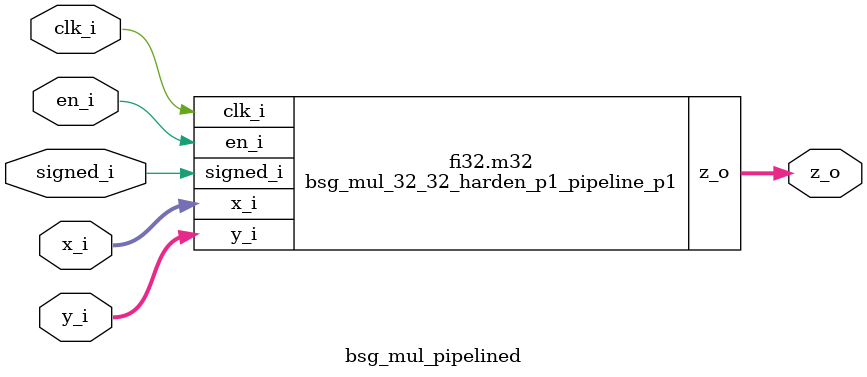
<source format=v>


module top
(
  clk_i,
  en_i,
  x_i,
  y_i,
  signed_i,
  z_o
);

  input [31:0] x_i;
  input [31:0] y_i;
  output [63:0] z_o;
  input clk_i;
  input en_i;
  input signed_i;

  bsg_mul_pipelined
  wrapper
  (
    .x_i(x_i),
    .y_i(y_i),
    .z_o(z_o),
    .clk_i(clk_i),
    .en_i(en_i),
    .signed_i(signed_i)
  );


endmodule



module bsg_mul_SDN_width_p32
(
  x_i,
  signed_i,
  SDN_o
);

  input [31:0] x_i;
  output [50:0] SDN_o;
  input signed_i;
  wire [50:0] SDN_o;
  wire SDN_o_15__0_,SDN_o_14__0_,SDN_o_13__0_,SDN_o_12__0_,SDN_o_11__0_,SDN_o_10__0_,
  SDN_o_9__0_,SDN_o_8__0_,SDN_o_7__0_,SDN_o_6__0_,SDN_o_5__0_,SDN_o_4__0_,
  SDN_o_3__0_,SDN_o_2__0_,SDN_o_1__0_,SDN_o_0__0_,N0,N1,N2,N3,N4,N5,N6,N7,N8,N9,N10,N11,N12,
  N13,N14,N15,N16,N17,N18,N19,N20,N21,N22,N23,N24,N25,N26,N27,N28,N29,N30,N31,N32,
  N33,N34,N35,N36,N37,N38,N39,N40,N41,N42,N43,N44,N45,N46,N47,N48,N49,N50,N51,N52,
  N53,N54,N55,N56,N57,N58,N59,N60,N61,N62,N63,N64,N65,N66,N67,N68,N69,N70,N71,N72,
  N73,N74,N75,N76,N77,N78,N79,N80,N81,N82,N83,N84,N85,N86,N87,N88,N89,N90,N91,N92,
  N93,N94,N95,N96,N97,N98,N99,N100,N101,N102;
  wire [1:0] \rof_16_.trip ;
  assign SDN_o_15__0_ = x_i[31];
  assign SDN_o[45] = SDN_o_15__0_;
  assign SDN_o_14__0_ = x_i[29];
  assign SDN_o[42] = SDN_o_14__0_;
  assign SDN_o_13__0_ = x_i[27];
  assign SDN_o[39] = SDN_o_13__0_;
  assign SDN_o_12__0_ = x_i[25];
  assign SDN_o[36] = SDN_o_12__0_;
  assign SDN_o_11__0_ = x_i[23];
  assign SDN_o[33] = SDN_o_11__0_;
  assign SDN_o_10__0_ = x_i[21];
  assign SDN_o[30] = SDN_o_10__0_;
  assign SDN_o_9__0_ = x_i[19];
  assign SDN_o[27] = SDN_o_9__0_;
  assign SDN_o_8__0_ = x_i[17];
  assign SDN_o[24] = SDN_o_8__0_;
  assign SDN_o_7__0_ = x_i[15];
  assign SDN_o[21] = SDN_o_7__0_;
  assign SDN_o_6__0_ = x_i[13];
  assign SDN_o[18] = SDN_o_6__0_;
  assign SDN_o_5__0_ = x_i[11];
  assign SDN_o[15] = SDN_o_5__0_;
  assign SDN_o_4__0_ = x_i[9];
  assign SDN_o[12] = SDN_o_4__0_;
  assign SDN_o_3__0_ = x_i[7];
  assign SDN_o[9] = SDN_o_3__0_;
  assign SDN_o_2__0_ = x_i[5];
  assign SDN_o[6] = SDN_o_2__0_;
  assign SDN_o_1__0_ = x_i[3];
  assign SDN_o[3] = SDN_o_1__0_;
  assign SDN_o_0__0_ = x_i[1];
  assign SDN_o[0] = SDN_o_0__0_;
  assign SDN_o[1] = N2 | N5;
  assign N2 = N0 & N1;
  assign N0 = x_i[0] & 1'b0;
  assign N1 = ~SDN_o_0__0_;
  assign N5 = N4 & SDN_o_0__0_;
  assign N4 = ~N3;
  assign N3 = x_i[0] | 1'b0;
  assign SDN_o[2] = 1'b0 ^ x_i[0];
  assign SDN_o[4] = N8 | N11;
  assign N8 = N6 & N7;
  assign N6 = x_i[2] & SDN_o_0__0_;
  assign N7 = ~SDN_o_1__0_;
  assign N11 = N10 & SDN_o_1__0_;
  assign N10 = ~N9;
  assign N9 = x_i[2] | SDN_o_0__0_;
  assign SDN_o[5] = SDN_o_0__0_ ^ x_i[2];
  assign SDN_o[7] = N14 | N17;
  assign N14 = N12 & N13;
  assign N12 = x_i[4] & SDN_o_1__0_;
  assign N13 = ~SDN_o_2__0_;
  assign N17 = N16 & SDN_o_2__0_;
  assign N16 = ~N15;
  assign N15 = x_i[4] | SDN_o_1__0_;
  assign SDN_o[8] = SDN_o_1__0_ ^ x_i[4];
  assign SDN_o[10] = N20 | N23;
  assign N20 = N18 & N19;
  assign N18 = x_i[6] & SDN_o_2__0_;
  assign N19 = ~SDN_o_3__0_;
  assign N23 = N22 & SDN_o_3__0_;
  assign N22 = ~N21;
  assign N21 = x_i[6] | SDN_o_2__0_;
  assign SDN_o[11] = SDN_o_2__0_ ^ x_i[6];
  assign SDN_o[13] = N26 | N29;
  assign N26 = N24 & N25;
  assign N24 = x_i[8] & SDN_o_3__0_;
  assign N25 = ~SDN_o_4__0_;
  assign N29 = N28 & SDN_o_4__0_;
  assign N28 = ~N27;
  assign N27 = x_i[8] | SDN_o_3__0_;
  assign SDN_o[14] = SDN_o_3__0_ ^ x_i[8];
  assign SDN_o[16] = N32 | N35;
  assign N32 = N30 & N31;
  assign N30 = x_i[10] & SDN_o_4__0_;
  assign N31 = ~SDN_o_5__0_;
  assign N35 = N34 & SDN_o_5__0_;
  assign N34 = ~N33;
  assign N33 = x_i[10] | SDN_o_4__0_;
  assign SDN_o[17] = SDN_o_4__0_ ^ x_i[10];
  assign SDN_o[19] = N38 | N41;
  assign N38 = N36 & N37;
  assign N36 = x_i[12] & SDN_o_5__0_;
  assign N37 = ~SDN_o_6__0_;
  assign N41 = N40 & SDN_o_6__0_;
  assign N40 = ~N39;
  assign N39 = x_i[12] | SDN_o_5__0_;
  assign SDN_o[20] = SDN_o_5__0_ ^ x_i[12];
  assign SDN_o[22] = N44 | N47;
  assign N44 = N42 & N43;
  assign N42 = x_i[14] & SDN_o_6__0_;
  assign N43 = ~SDN_o_7__0_;
  assign N47 = N46 & SDN_o_7__0_;
  assign N46 = ~N45;
  assign N45 = x_i[14] | SDN_o_6__0_;
  assign SDN_o[23] = SDN_o_6__0_ ^ x_i[14];
  assign SDN_o[25] = N50 | N53;
  assign N50 = N48 & N49;
  assign N48 = x_i[16] & SDN_o_7__0_;
  assign N49 = ~SDN_o_8__0_;
  assign N53 = N52 & SDN_o_8__0_;
  assign N52 = ~N51;
  assign N51 = x_i[16] | SDN_o_7__0_;
  assign SDN_o[26] = SDN_o_7__0_ ^ x_i[16];
  assign SDN_o[28] = N56 | N59;
  assign N56 = N54 & N55;
  assign N54 = x_i[18] & SDN_o_8__0_;
  assign N55 = ~SDN_o_9__0_;
  assign N59 = N58 & SDN_o_9__0_;
  assign N58 = ~N57;
  assign N57 = x_i[18] | SDN_o_8__0_;
  assign SDN_o[29] = SDN_o_8__0_ ^ x_i[18];
  assign SDN_o[31] = N62 | N65;
  assign N62 = N60 & N61;
  assign N60 = x_i[20] & SDN_o_9__0_;
  assign N61 = ~SDN_o_10__0_;
  assign N65 = N64 & SDN_o_10__0_;
  assign N64 = ~N63;
  assign N63 = x_i[20] | SDN_o_9__0_;
  assign SDN_o[32] = SDN_o_9__0_ ^ x_i[20];
  assign SDN_o[34] = N68 | N71;
  assign N68 = N66 & N67;
  assign N66 = x_i[22] & SDN_o_10__0_;
  assign N67 = ~SDN_o_11__0_;
  assign N71 = N70 & SDN_o_11__0_;
  assign N70 = ~N69;
  assign N69 = x_i[22] | SDN_o_10__0_;
  assign SDN_o[35] = SDN_o_10__0_ ^ x_i[22];
  assign SDN_o[37] = N74 | N77;
  assign N74 = N72 & N73;
  assign N72 = x_i[24] & SDN_o_11__0_;
  assign N73 = ~SDN_o_12__0_;
  assign N77 = N76 & SDN_o_12__0_;
  assign N76 = ~N75;
  assign N75 = x_i[24] | SDN_o_11__0_;
  assign SDN_o[38] = SDN_o_11__0_ ^ x_i[24];
  assign SDN_o[40] = N80 | N83;
  assign N80 = N78 & N79;
  assign N78 = x_i[26] & SDN_o_12__0_;
  assign N79 = ~SDN_o_13__0_;
  assign N83 = N82 & SDN_o_13__0_;
  assign N82 = ~N81;
  assign N81 = x_i[26] | SDN_o_12__0_;
  assign SDN_o[41] = SDN_o_12__0_ ^ x_i[26];
  assign SDN_o[43] = N86 | N89;
  assign N86 = N84 & N85;
  assign N84 = x_i[28] & SDN_o_13__0_;
  assign N85 = ~SDN_o_14__0_;
  assign N89 = N88 & SDN_o_14__0_;
  assign N88 = ~N87;
  assign N87 = x_i[28] | SDN_o_13__0_;
  assign SDN_o[44] = SDN_o_13__0_ ^ x_i[28];
  assign SDN_o[46] = N92 | N95;
  assign N92 = N90 & N91;
  assign N90 = x_i[30] & SDN_o_14__0_;
  assign N91 = ~SDN_o_15__0_;
  assign N95 = N94 & SDN_o_15__0_;
  assign N94 = ~N93;
  assign N93 = x_i[30] | SDN_o_14__0_;
  assign SDN_o[47] = SDN_o_14__0_ ^ x_i[30];
  assign SDN_o[48] = 1'b0 & N96;
  assign N96 = ~signed_i;
  assign \rof_16_.trip [1] = 1'b0 & N96;
  assign \rof_16_.trip [0] = SDN_o_15__0_ & N96;
  assign SDN_o[49] = N99 | N102;
  assign N99 = N97 & N98;
  assign N97 = \rof_16_.trip [1] & \rof_16_.trip [0];
  assign N98 = ~SDN_o[48];
  assign N102 = N101 & SDN_o[48];
  assign N101 = ~N100;
  assign N100 = \rof_16_.trip [1] | \rof_16_.trip [0];
  assign SDN_o[50] = \rof_16_.trip [0] ^ \rof_16_.trip [1];

endmodule



module bsg_mul_csa
(
  x_i,
  y_i,
  z_i,
  c_o,
  s_o
);

  input x_i;
  input y_i;
  input z_i;
  output c_o;
  output s_o;
  wire c_o,s_o,N0,N1;
  assign { N1, N0 } = x_i + y_i;
  assign { c_o, s_o } = { N1, N0 } + z_i;

endmodule



module bsg_mul_comp42
(
  i,
  cr_i,
  cl_o,
  c_o,
  s_o
);

  input [3:0] i;
  input cr_i;
  output cl_o;
  output c_o;
  output s_o;
  wire cl_o,c_o,s_o,tmp;

  bsg_mul_csa
  csa_1
  (
    .x_i(i[0]),
    .y_i(i[1]),
    .z_i(i[2]),
    .c_o(cl_o),
    .s_o(tmp)
  );


  bsg_mul_csa
  csa_2
  (
    .x_i(i[3]),
    .y_i(tmp),
    .z_i(cr_i),
    .c_o(c_o),
    .s_o(s_o)
  );


endmodule



module bsg_mul_booth_4_block_000002_000000_00000c_000000
(
  SDN_i,
  cr_i,
  y_i,
  cl_o,
  c_o,
  s_o
);

  input [14:0] SDN_i;
  input [7:0] y_i;
  input cr_i;
  output cl_o;
  output c_o;
  output s_o;
  wire cl_o,c_o,s_o,N0,N1,N2;
  wire [0:0] dot_vals;

  bsg_mul_comp42
  c
  (
    .i({ 1'b0, 1'b0, SDN_i[3:3], dot_vals[0:0] }),
    .cr_i(cr_i),
    .cl_o(cl_o),
    .c_o(c_o),
    .s_o(s_o)
  );

  assign dot_vals[0] = N2 ^ SDN_i[3];
  assign N2 = N0 | N1;
  assign N0 = SDN_i[5] & y_i[1];
  assign N1 = SDN_i[4] & y_i[0];

endmodule



module bsg_mul_booth_4_block_000000_000000_00000e_000000
(
  SDN_i,
  cr_i,
  y_i,
  cl_o,
  c_o,
  s_o
);

  input [14:0] SDN_i;
  input [7:0] y_i;
  input cr_i;
  output cl_o;
  output c_o;
  output s_o;
  wire cl_o,c_o,s_o,N0,N1,N2;
  wire [0:0] dot_vals;

  bsg_mul_comp42
  c
  (
    .i({ 1'b0, 1'b0, 1'b0, dot_vals[0:0] }),
    .cr_i(cr_i),
    .cl_o(cl_o),
    .c_o(c_o),
    .s_o(s_o)
  );

  assign dot_vals[0] = N2 ^ SDN_i[3];
  assign N2 = N0 | N1;
  assign N0 = SDN_i[5] & y_i[1];
  assign N1 = SDN_i[4] & y_i[0];

endmodule



module bsg_mul_booth_4_block_000004_000000_000008_000000
(
  SDN_i,
  cr_i,
  y_i,
  cl_o,
  c_o,
  s_o
);

  input [14:0] SDN_i;
  input [7:0] y_i;
  input cr_i;
  output cl_o;
  output c_o;
  output s_o;
  wire cl_o,c_o,s_o,N0,N1,N2,N3,N4,N5;
  wire [1:0] dot_vals;

  bsg_mul_comp42
  c
  (
    .i({ 1'b0, SDN_i[6:6], dot_vals }),
    .cr_i(cr_i),
    .cl_o(cl_o),
    .c_o(c_o),
    .s_o(s_o)
  );

  assign dot_vals[0] = N2 ^ SDN_i[3];
  assign N2 = N0 | N1;
  assign N0 = SDN_i[5] & y_i[1];
  assign N1 = SDN_i[4] & y_i[0];
  assign dot_vals[1] = N5 ^ SDN_i[6];
  assign N5 = N3 | N4;
  assign N3 = SDN_i[8] & y_i[3];
  assign N4 = SDN_i[7] & y_i[2];

endmodule



module bsg_mul_booth_4_block_000000_000000_00000c_000000
(
  SDN_i,
  cr_i,
  y_i,
  cl_o,
  c_o,
  s_o
);

  input [14:0] SDN_i;
  input [7:0] y_i;
  input cr_i;
  output cl_o;
  output c_o;
  output s_o;
  wire cl_o,c_o,s_o,N0,N1,N2,N3,N4,N5;
  wire [1:0] dot_vals;

  bsg_mul_comp42
  c
  (
    .i({ 1'b0, 1'b0, dot_vals }),
    .cr_i(cr_i),
    .cl_o(cl_o),
    .c_o(c_o),
    .s_o(s_o)
  );

  assign dot_vals[0] = N2 ^ SDN_i[3];
  assign N2 = N0 | N1;
  assign N0 = SDN_i[5] & y_i[1];
  assign N1 = SDN_i[4] & y_i[0];
  assign dot_vals[1] = N5 ^ SDN_i[6];
  assign N5 = N3 | N4;
  assign N3 = SDN_i[8] & y_i[3];
  assign N4 = SDN_i[7] & y_i[2];

endmodule



module bsg_mul_booth_4_block_000008_000000_000000_000000
(
  SDN_i,
  cr_i,
  y_i,
  cl_o,
  c_o,
  s_o
);

  input [14:0] SDN_i;
  input [7:0] y_i;
  input cr_i;
  output cl_o;
  output c_o;
  output s_o;
  wire cl_o,c_o,s_o,N0,N1,N2,N3,N4,N5,N6,N7,N8;
  wire [2:0] dot_vals;

  bsg_mul_comp42
  c
  (
    .i({ SDN_i[9:9], dot_vals }),
    .cr_i(cr_i),
    .cl_o(cl_o),
    .c_o(c_o),
    .s_o(s_o)
  );

  assign dot_vals[0] = N2 ^ SDN_i[3];
  assign N2 = N0 | N1;
  assign N0 = SDN_i[5] & y_i[1];
  assign N1 = SDN_i[4] & y_i[0];
  assign dot_vals[1] = N5 ^ SDN_i[6];
  assign N5 = N3 | N4;
  assign N3 = SDN_i[8] & y_i[3];
  assign N4 = SDN_i[7] & y_i[2];
  assign dot_vals[2] = N8 ^ SDN_i[9];
  assign N8 = N6 | N7;
  assign N6 = SDN_i[11] & y_i[5];
  assign N7 = SDN_i[10] & y_i[4];

endmodule



module bsg_mul_booth_4_block_000000_000000_000008_000000
(
  SDN_i,
  cr_i,
  y_i,
  cl_o,
  c_o,
  s_o
);

  input [14:0] SDN_i;
  input [7:0] y_i;
  input cr_i;
  output cl_o;
  output c_o;
  output s_o;
  wire cl_o,c_o,s_o,N0,N1,N2,N3,N4,N5,N6,N7,N8;
  wire [2:0] dot_vals;

  bsg_mul_comp42
  c
  (
    .i({ 1'b0, dot_vals }),
    .cr_i(cr_i),
    .cl_o(cl_o),
    .c_o(c_o),
    .s_o(s_o)
  );

  assign dot_vals[0] = N2 ^ SDN_i[3];
  assign N2 = N0 | N1;
  assign N0 = SDN_i[5] & y_i[1];
  assign N1 = SDN_i[4] & y_i[0];
  assign dot_vals[1] = N5 ^ SDN_i[6];
  assign N5 = N3 | N4;
  assign N3 = SDN_i[8] & y_i[3];
  assign N4 = SDN_i[7] & y_i[2];
  assign dot_vals[2] = N8 ^ SDN_i[9];
  assign N8 = N6 | N7;
  assign N6 = SDN_i[11] & y_i[5];
  assign N7 = SDN_i[10] & y_i[4];

endmodule



module bsg_mul_booth_4_block_rep_00000006_080402_000000_80c8ec_000000
(
  SDN_i,
  cr_i,
  y_vec_i,
  cl_o,
  c_o,
  s_o
);

  input [14:0] SDN_i;
  input [47:0] y_vec_i;
  output [5:0] c_o;
  output [5:0] s_o;
  input cr_i;
  output cl_o;
  wire [5:0] c_o,s_o;
  wire cl_o;
  wire [5:1] ci_local;

  bsg_mul_booth_4_block_000002_000000_00000c_000000
  \rof_0_.b4b 
  (
    .SDN_i(SDN_i),
    .cr_i(cr_i),
    .y_i(y_vec_i[7:0]),
    .cl_o(ci_local[1]),
    .c_o(c_o[0]),
    .s_o(s_o[0])
  );


  bsg_mul_booth_4_block_000000_000000_00000e_000000
  \rof_1_.b4b 
  (
    .SDN_i(SDN_i),
    .cr_i(ci_local[1]),
    .y_i(y_vec_i[15:8]),
    .cl_o(ci_local[2]),
    .c_o(c_o[1]),
    .s_o(s_o[1])
  );


  bsg_mul_booth_4_block_000004_000000_000008_000000
  \rof_2_.b4b 
  (
    .SDN_i(SDN_i),
    .cr_i(ci_local[2]),
    .y_i(y_vec_i[23:16]),
    .cl_o(ci_local[3]),
    .c_o(c_o[2]),
    .s_o(s_o[2])
  );


  bsg_mul_booth_4_block_000000_000000_00000c_000000
  \rof_3_.b4b 
  (
    .SDN_i(SDN_i),
    .cr_i(ci_local[3]),
    .y_i(y_vec_i[31:24]),
    .cl_o(ci_local[4]),
    .c_o(c_o[3]),
    .s_o(s_o[3])
  );


  bsg_mul_booth_4_block_000008_000000_000000_000000
  \rof_4_.b4b 
  (
    .SDN_i(SDN_i),
    .cr_i(ci_local[4]),
    .y_i(y_vec_i[39:32]),
    .cl_o(ci_local[5]),
    .c_o(c_o[4]),
    .s_o(s_o[4])
  );


  bsg_mul_booth_4_block_000000_000000_000008_000000
  \rof_5_.b4b 
  (
    .SDN_i(SDN_i),
    .cr_i(ci_local[5]),
    .y_i(y_vec_i[47:40]),
    .cl_o(cl_o),
    .c_o(c_o[5]),
    .s_o(s_o[5])
  );


endmodule



module bsg_mul_B4B_rep_00000006_00000000000000_32_080402_000000_80c8ec_000000_1
(
  SDN_i,
  cr_i,
  y_i,
  signed_i,
  cl_o,
  c_o,
  s_o
);

  input [14:0] SDN_i;
  input [31:0] y_i;
  output [5:0] c_o;
  output [5:0] s_o;
  input cr_i;
  input signed_i;
  output cl_o;
  wire [5:0] c_o,s_o;
  wire cl_o;

  bsg_mul_booth_4_block_rep_00000006_080402_000000_80c8ec_000000
  bb4bh
  (
    .SDN_i(SDN_i),
    .cr_i(cr_i),
    .y_vec_i({ 1'b0, 1'b0, y_i[1:0], y_i[3:2], y_i[5:4], 1'b0, 1'b0, y_i[0:0], 1'b0, y_i[2:1], y_i[4:3], 1'b0, 1'b0, 1'b0, 1'b0, y_i[1:0], y_i[3:2], 1'b0, 1'b0, 1'b0, 1'b0, y_i[0:0], 1'b0, y_i[2:1], 1'b0, 1'b0, 1'b0, 1'b0, 1'b0, 1'b0, y_i[1:0], 1'b0, 1'b0, 1'b0, 1'b0, 1'b0, 1'b0, y_i[0:0], 1'b0 }),
    .cl_o(cl_o),
    .c_o(c_o),
    .s_o(s_o)
  );


endmodule



module bsg_mul_booth_4_block_00000000_00000000_00000000_00000000
(
  SDN_i,
  cr_i,
  y_i,
  cl_o,
  c_o,
  s_o
);

  input [14:0] SDN_i;
  input [7:0] y_i;
  input cr_i;
  output cl_o;
  output c_o;
  output s_o;
  wire cl_o,c_o,s_o,N0,N1,N2,N3,N4,N5,N6,N7,N8,N9,N10,N11;
  wire [3:0] dot_vals;

  bsg_mul_comp42
  c
  (
    .i(dot_vals),
    .cr_i(cr_i),
    .cl_o(cl_o),
    .c_o(c_o),
    .s_o(s_o)
  );

  assign dot_vals[0] = N2 ^ SDN_i[3];
  assign N2 = N0 | N1;
  assign N0 = SDN_i[5] & y_i[1];
  assign N1 = SDN_i[4] & y_i[0];
  assign dot_vals[1] = N5 ^ SDN_i[6];
  assign N5 = N3 | N4;
  assign N3 = SDN_i[8] & y_i[3];
  assign N4 = SDN_i[7] & y_i[2];
  assign dot_vals[2] = N8 ^ SDN_i[9];
  assign N8 = N6 | N7;
  assign N6 = SDN_i[11] & y_i[5];
  assign N7 = SDN_i[10] & y_i[4];
  assign dot_vals[3] = N11 ^ SDN_i[12];
  assign N11 = N9 | N10;
  assign N9 = SDN_i[14] & y_i[7];
  assign N10 = SDN_i[13] & y_i[6];

endmodule



module bsg_mul_booth_4_block_rep_00000008_00000000_00000000_00000000_00000000
(
  SDN_i,
  cr_i,
  y_vec_i,
  cl_o,
  c_o,
  s_o
);

  input [14:0] SDN_i;
  input [63:0] y_vec_i;
  output [7:0] c_o;
  output [7:0] s_o;
  input cr_i;
  output cl_o;
  wire [7:0] c_o,s_o;
  wire cl_o;
  wire [7:1] ci_local;

  bsg_mul_booth_4_block_00000000_00000000_00000000_00000000
  \rof_0_.b4b 
  (
    .SDN_i(SDN_i),
    .cr_i(cr_i),
    .y_i(y_vec_i[7:0]),
    .cl_o(ci_local[1]),
    .c_o(c_o[0]),
    .s_o(s_o[0])
  );


  bsg_mul_booth_4_block_00000000_00000000_00000000_00000000
  \rof_1_.b4b 
  (
    .SDN_i(SDN_i),
    .cr_i(ci_local[1]),
    .y_i(y_vec_i[15:8]),
    .cl_o(ci_local[2]),
    .c_o(c_o[1]),
    .s_o(s_o[1])
  );


  bsg_mul_booth_4_block_00000000_00000000_00000000_00000000
  \rof_2_.b4b 
  (
    .SDN_i(SDN_i),
    .cr_i(ci_local[2]),
    .y_i(y_vec_i[23:16]),
    .cl_o(ci_local[3]),
    .c_o(c_o[2]),
    .s_o(s_o[2])
  );


  bsg_mul_booth_4_block_00000000_00000000_00000000_00000000
  \rof_3_.b4b 
  (
    .SDN_i(SDN_i),
    .cr_i(ci_local[3]),
    .y_i(y_vec_i[31:24]),
    .cl_o(ci_local[4]),
    .c_o(c_o[3]),
    .s_o(s_o[3])
  );


  bsg_mul_booth_4_block_00000000_00000000_00000000_00000000
  \rof_4_.b4b 
  (
    .SDN_i(SDN_i),
    .cr_i(ci_local[4]),
    .y_i(y_vec_i[39:32]),
    .cl_o(ci_local[5]),
    .c_o(c_o[4]),
    .s_o(s_o[4])
  );


  bsg_mul_booth_4_block_00000000_00000000_00000000_00000000
  \rof_5_.b4b 
  (
    .SDN_i(SDN_i),
    .cr_i(ci_local[5]),
    .y_i(y_vec_i[47:40]),
    .cl_o(ci_local[6]),
    .c_o(c_o[5]),
    .s_o(s_o[5])
  );


  bsg_mul_booth_4_block_00000000_00000000_00000000_00000000
  \rof_6_.b4b 
  (
    .SDN_i(SDN_i),
    .cr_i(ci_local[6]),
    .y_i(y_vec_i[55:48]),
    .cl_o(ci_local[7]),
    .c_o(c_o[6]),
    .s_o(s_o[6])
  );


  bsg_mul_booth_4_block_00000000_00000000_00000000_00000000
  \rof_7_.b4b 
  (
    .SDN_i(SDN_i),
    .cr_i(ci_local[7]),
    .y_i(y_vec_i[63:56]),
    .cl_o(cl_o),
    .c_o(c_o[7]),
    .s_o(s_o[7])
  );


endmodule



module bsg_mul_B4B_rep_00000008_00000000000006_32_00000000_00000000_00000000_00000000_1
(
  SDN_i,
  cr_i,
  y_i,
  signed_i,
  cl_o,
  c_o,
  s_o
);

  input [14:0] SDN_i;
  input [31:0] y_i;
  output [7:0] c_o;
  output [7:0] s_o;
  input cr_i;
  input signed_i;
  output cl_o;
  wire [7:0] c_o,s_o;
  wire cl_o;

  bsg_mul_booth_4_block_rep_00000008_00000000_00000000_00000000_00000000
  bb4bh
  (
    .SDN_i(SDN_i),
    .cr_i(cr_i),
    .y_vec_i({ y_i[7:6], y_i[9:8], y_i[11:10], y_i[13:12], y_i[6:5], y_i[8:7], y_i[10:9], y_i[12:11], y_i[5:4], y_i[7:6], y_i[9:8], y_i[11:10], y_i[4:3], y_i[6:5], y_i[8:7], y_i[10:9], y_i[3:2], y_i[5:4], y_i[7:6], y_i[9:8], y_i[2:1], y_i[4:3], y_i[6:5], y_i[8:7], y_i[1:0], y_i[3:2], y_i[5:4], y_i[7:6], y_i[0:0], 1'b0, y_i[2:1], y_i[4:3], y_i[6:5] }),
    .cl_o(cl_o),
    .c_o(c_o),
    .s_o(s_o)
  );


endmodule



module bsg_mul_B4B_rep_00000008_0000000000000e_32_00000000_00000000_00000000_00000000_1
(
  SDN_i,
  cr_i,
  y_i,
  signed_i,
  cl_o,
  c_o,
  s_o
);

  input [14:0] SDN_i;
  input [31:0] y_i;
  output [7:0] c_o;
  output [7:0] s_o;
  input cr_i;
  input signed_i;
  output cl_o;
  wire [7:0] c_o,s_o;
  wire cl_o;

  bsg_mul_booth_4_block_rep_00000008_00000000_00000000_00000000_00000000
  bb4bh
  (
    .SDN_i(SDN_i),
    .cr_i(cr_i),
    .y_vec_i({ y_i[15:14], y_i[17:16], y_i[19:18], y_i[21:20], y_i[14:13], y_i[16:15], y_i[18:17], y_i[20:19], y_i[13:12], y_i[15:14], y_i[17:16], y_i[19:18], y_i[12:11], y_i[14:13], y_i[16:15], y_i[18:17], y_i[11:10], y_i[13:12], y_i[15:14], y_i[17:16], y_i[10:9], y_i[12:11], y_i[14:13], y_i[16:15], y_i[9:8], y_i[11:10], y_i[13:12], y_i[15:14], y_i[8:7], y_i[10:9], y_i[12:11], y_i[14:13] }),
    .cl_o(cl_o),
    .c_o(c_o),
    .s_o(s_o)
  );


endmodule



module bsg_mul_B4B_rep_00000008_00000000000016_32_00000000_00000000_00000000_00000000_1
(
  SDN_i,
  cr_i,
  y_i,
  signed_i,
  cl_o,
  c_o,
  s_o
);

  input [14:0] SDN_i;
  input [31:0] y_i;
  output [7:0] c_o;
  output [7:0] s_o;
  input cr_i;
  input signed_i;
  output cl_o;
  wire [7:0] c_o,s_o;
  wire cl_o;

  bsg_mul_booth_4_block_rep_00000008_00000000_00000000_00000000_00000000
  bb4bh
  (
    .SDN_i(SDN_i),
    .cr_i(cr_i),
    .y_vec_i({ y_i[23:22], y_i[25:24], y_i[27:26], y_i[29:28], y_i[22:21], y_i[24:23], y_i[26:25], y_i[28:27], y_i[21:20], y_i[23:22], y_i[25:24], y_i[27:26], y_i[20:19], y_i[22:21], y_i[24:23], y_i[26:25], y_i[19:18], y_i[21:20], y_i[23:22], y_i[25:24], y_i[18:17], y_i[20:19], y_i[22:21], y_i[24:23], y_i[17:16], y_i[19:18], y_i[21:20], y_i[23:22], y_i[16:15], y_i[18:17], y_i[20:19], y_i[22:21] }),
    .cl_o(cl_o),
    .c_o(c_o),
    .s_o(s_o)
  );


endmodule



module bsg_mul_booth_4_block_00000_00000_00000_00000
(
  SDN_i,
  cr_i,
  y_i,
  cl_o,
  c_o,
  s_o
);

  input [14:0] SDN_i;
  input [7:0] y_i;
  input cr_i;
  output cl_o;
  output c_o;
  output s_o;
  wire cl_o,c_o,s_o,N0,N1,N2,N3,N4,N5,N6,N7,N8,N9,N10,N11;
  wire [3:0] dot_vals;

  bsg_mul_comp42
  c
  (
    .i(dot_vals),
    .cr_i(cr_i),
    .cl_o(cl_o),
    .c_o(c_o),
    .s_o(s_o)
  );

  assign dot_vals[0] = N2 ^ SDN_i[3];
  assign N2 = N0 | N1;
  assign N0 = SDN_i[5] & y_i[1];
  assign N1 = SDN_i[4] & y_i[0];
  assign dot_vals[1] = N5 ^ SDN_i[6];
  assign N5 = N3 | N4;
  assign N3 = SDN_i[8] & y_i[3];
  assign N4 = SDN_i[7] & y_i[2];
  assign dot_vals[2] = N8 ^ SDN_i[9];
  assign N8 = N6 | N7;
  assign N6 = SDN_i[11] & y_i[5];
  assign N7 = SDN_i[10] & y_i[4];
  assign dot_vals[3] = N11 ^ SDN_i[12];
  assign N11 = N9 | N10;
  assign N9 = SDN_i[14] & y_i[7];
  assign N10 = SDN_i[13] & y_i[6];

endmodule



module bsg_mul_booth_4_block_rep_00000005_00000_00000_00000_00000
(
  SDN_i,
  cr_i,
  y_vec_i,
  cl_o,
  c_o,
  s_o
);

  input [14:0] SDN_i;
  input [39:0] y_vec_i;
  output [4:0] c_o;
  output [4:0] s_o;
  input cr_i;
  output cl_o;
  wire [4:0] c_o,s_o;
  wire cl_o;
  wire [4:1] ci_local;

  bsg_mul_booth_4_block_00000_00000_00000_00000
  \rof_0_.b4b 
  (
    .SDN_i(SDN_i),
    .cr_i(cr_i),
    .y_i(y_vec_i[7:0]),
    .cl_o(ci_local[1]),
    .c_o(c_o[0]),
    .s_o(s_o[0])
  );


  bsg_mul_booth_4_block_00000_00000_00000_00000
  \rof_1_.b4b 
  (
    .SDN_i(SDN_i),
    .cr_i(ci_local[1]),
    .y_i(y_vec_i[15:8]),
    .cl_o(ci_local[2]),
    .c_o(c_o[1]),
    .s_o(s_o[1])
  );


  bsg_mul_booth_4_block_00000_00000_00000_00000
  \rof_2_.b4b 
  (
    .SDN_i(SDN_i),
    .cr_i(ci_local[2]),
    .y_i(y_vec_i[23:16]),
    .cl_o(ci_local[3]),
    .c_o(c_o[2]),
    .s_o(s_o[2])
  );


  bsg_mul_booth_4_block_00000_00000_00000_00000
  \rof_3_.b4b 
  (
    .SDN_i(SDN_i),
    .cr_i(ci_local[3]),
    .y_i(y_vec_i[31:24]),
    .cl_o(ci_local[4]),
    .c_o(c_o[3]),
    .s_o(s_o[3])
  );


  bsg_mul_booth_4_block_00000_00000_00000_00000
  \rof_4_.b4b 
  (
    .SDN_i(SDN_i),
    .cr_i(ci_local[4]),
    .y_i(y_vec_i[39:32]),
    .cl_o(cl_o),
    .c_o(c_o[4]),
    .s_o(s_o[4])
  );


endmodule



module bsg_mul_B4B_rep_00000005_0000000000001e_32_00000_00000_00000_00000_1
(
  SDN_i,
  cr_i,
  y_i,
  signed_i,
  cl_o,
  c_o,
  s_o
);

  input [14:0] SDN_i;
  input [31:0] y_i;
  output [4:0] c_o;
  output [4:0] s_o;
  input cr_i;
  input signed_i;
  output cl_o;
  wire [4:0] c_o,s_o;
  wire cl_o;
  wire [43:41] y_pad;

  bsg_mul_booth_4_block_rep_00000005_00000_00000_00000_00000
  bb4bh
  (
    .SDN_i(SDN_i),
    .cr_i(cr_i),
    .y_vec_i({ y_i[28:27], y_i[30:29], y_pad[41:41], y_i[31:31], y_pad[43:42], y_i[27:26], y_i[29:28], y_i[31:30], y_pad[42:41], y_i[26:25], y_i[28:27], y_i[30:29], y_pad[41:41], y_i[31:31], y_i[25:24], y_i[27:26], y_i[29:28], y_i[31:30], y_i[24:23], y_i[26:25], y_i[28:27], y_i[30:29] }),
    .cl_o(cl_o),
    .c_o(c_o),
    .s_o(s_o)
  );

  assign y_pad[43] = y_i[31] & signed_i;
  assign y_pad[42] = y_i[31] & signed_i;
  assign y_pad[41] = y_i[31] & signed_i;

endmodule



module bsg_mul_booth_4_block_000000_000003_000000_000000
(
  SDN_i,
  cr_i,
  y_i,
  cl_o,
  c_o,
  s_o
);

  input [14:0] SDN_i;
  input [7:0] y_i;
  input cr_i;
  output cl_o;
  output c_o;
  output s_o;
  wire cl_o,c_o,s_o,N0,N1,N2,N3,N4,N5,N6,N7,N8,N9,N10,N11,N12,N13;
  wire [3:0] dot_vals;

  bsg_mul_comp42
  c
  (
    .i(dot_vals),
    .cr_i(cr_i),
    .cl_o(cl_o),
    .c_o(c_o),
    .s_o(s_o)
  );

  assign N0 = N4 ^ SDN_i[3];
  assign N4 = N2 | N3;
  assign N2 = SDN_i[5] & y_i[1];
  assign N3 = SDN_i[4] & y_i[0];
  assign dot_vals[0] = ~N0;
  assign N1 = N7 ^ SDN_i[6];
  assign N7 = N5 | N6;
  assign N5 = SDN_i[8] & y_i[3];
  assign N6 = SDN_i[7] & y_i[2];
  assign dot_vals[1] = ~N1;
  assign dot_vals[2] = N10 ^ SDN_i[9];
  assign N10 = N8 | N9;
  assign N8 = SDN_i[11] & y_i[5];
  assign N9 = SDN_i[10] & y_i[4];
  assign dot_vals[3] = N13 ^ SDN_i[12];
  assign N13 = N11 | N12;
  assign N11 = SDN_i[14] & y_i[7];
  assign N12 = SDN_i[13] & y_i[6];

endmodule



module bsg_mul_booth_4_block_000000_000000_000001_000002
(
  SDN_i,
  cr_i,
  y_i,
  cl_o,
  c_o,
  s_o
);

  input [14:0] SDN_i;
  input [7:0] y_i;
  input cr_i;
  output cl_o;
  output c_o;
  output s_o;
  wire cl_o,c_o,s_o,N0,N1,N2,N3,N4,N5;
  wire [3:2] dot_vals;

  bsg_mul_comp42
  c
  (
    .i({ dot_vals, 1'b1, 1'b0 }),
    .cr_i(cr_i),
    .cl_o(cl_o),
    .c_o(c_o),
    .s_o(s_o)
  );

  assign dot_vals[2] = N2 ^ SDN_i[9];
  assign N2 = N0 | N1;
  assign N0 = SDN_i[11] & y_i[5];
  assign N1 = SDN_i[10] & y_i[4];
  assign dot_vals[3] = N5 ^ SDN_i[12];
  assign N5 = N3 | N4;
  assign N3 = SDN_i[14] & y_i[7];
  assign N4 = SDN_i[13] & y_i[6];

endmodule



module bsg_mul_booth_4_block_000000_000004_000003_000000
(
  SDN_i,
  cr_i,
  y_i,
  cl_o,
  c_o,
  s_o
);

  input [14:0] SDN_i;
  input [7:0] y_i;
  input cr_i;
  output cl_o;
  output c_o;
  output s_o;
  wire cl_o,c_o,s_o,N0,N1,N2,N3,N4,N5,N6;
  wire [3:2] dot_vals;

  bsg_mul_comp42
  c
  (
    .i({ dot_vals, 1'b0, 1'b0 }),
    .cr_i(cr_i),
    .cl_o(cl_o),
    .c_o(c_o),
    .s_o(s_o)
  );

  assign N0 = N3 ^ SDN_i[9];
  assign N3 = N1 | N2;
  assign N1 = SDN_i[11] & y_i[5];
  assign N2 = SDN_i[10] & y_i[4];
  assign dot_vals[2] = ~N0;
  assign dot_vals[3] = N6 ^ SDN_i[12];
  assign N6 = N4 | N5;
  assign N4 = SDN_i[14] & y_i[7];
  assign N5 = SDN_i[13] & y_i[6];

endmodule



module bsg_mul_booth_4_block_000000_000000_000003_000004
(
  SDN_i,
  cr_i,
  y_i,
  cl_o,
  c_o,
  s_o
);

  input [14:0] SDN_i;
  input [7:0] y_i;
  input cr_i;
  output cl_o;
  output c_o;
  output s_o;
  wire cl_o,c_o,s_o,N0,N1,N2;
  wire [3:3] dot_vals;

  bsg_mul_comp42
  c
  (
    .i({ dot_vals[3:3], 1'b1, 1'b0, 1'b0 }),
    .cr_i(cr_i),
    .cl_o(cl_o),
    .c_o(c_o),
    .s_o(s_o)
  );

  assign dot_vals[3] = N2 ^ SDN_i[12];
  assign N2 = N0 | N1;
  assign N0 = SDN_i[14] & y_i[7];
  assign N1 = SDN_i[13] & y_i[6];

endmodule



module bsg_mul_booth_4_block_000000_000008_000007_000000
(
  SDN_i,
  cr_i,
  y_i,
  cl_o,
  c_o,
  s_o
);

  input [14:0] SDN_i;
  input [7:0] y_i;
  input cr_i;
  output cl_o;
  output c_o;
  output s_o;
  wire cl_o,c_o,s_o,N0,N1,N2,N3;
  wire [3:3] dot_vals;

  bsg_mul_comp42
  c
  (
    .i({ dot_vals[3:3], 1'b0, 1'b0, 1'b0 }),
    .cr_i(cr_i),
    .cl_o(cl_o),
    .c_o(c_o),
    .s_o(s_o)
  );

  assign N0 = N3 ^ SDN_i[12];
  assign N3 = N1 | N2;
  assign N1 = SDN_i[14] & y_i[7];
  assign N2 = SDN_i[13] & y_i[6];
  assign dot_vals[3] = ~N0;

endmodule



module bsg_mul_booth_4_block_000000_000000_000007_000008
(
  SDN_i,
  cr_i,
  y_i,
  cl_o,
  c_o,
  s_o
);

  input [14:0] SDN_i;
  input [7:0] y_i;
  input cr_i;
  output cl_o;
  output c_o;
  output s_o;
  wire cl_o,c_o,s_o;

  bsg_mul_comp42
  c
  (
    .i({ 1'b1, 1'b0, 1'b0, 1'b0 }),
    .cr_i(cr_i),
    .cl_o(cl_o),
    .c_o(c_o),
    .s_o(s_o)
  );


endmodule



module bsg_mul_booth_4_block_rep_00000006_000000_080403_773310_804020
(
  SDN_i,
  cr_i,
  y_vec_i,
  cl_o,
  c_o,
  s_o
);

  input [14:0] SDN_i;
  input [47:0] y_vec_i;
  output [5:0] c_o;
  output [5:0] s_o;
  input cr_i;
  output cl_o;
  wire [5:0] c_o,s_o;
  wire cl_o;
  wire [5:1] ci_local;

  bsg_mul_booth_4_block_000000_000003_000000_000000
  \rof_0_.b4b 
  (
    .SDN_i(SDN_i),
    .cr_i(cr_i),
    .y_i(y_vec_i[7:0]),
    .cl_o(ci_local[1]),
    .c_o(c_o[0]),
    .s_o(s_o[0])
  );


  bsg_mul_booth_4_block_000000_000000_000001_000002
  \rof_1_.b4b 
  (
    .SDN_i(SDN_i),
    .cr_i(ci_local[1]),
    .y_i(y_vec_i[15:8]),
    .cl_o(ci_local[2]),
    .c_o(c_o[1]),
    .s_o(s_o[1])
  );


  bsg_mul_booth_4_block_000000_000004_000003_000000
  \rof_2_.b4b 
  (
    .SDN_i(SDN_i),
    .cr_i(ci_local[2]),
    .y_i(y_vec_i[23:16]),
    .cl_o(ci_local[3]),
    .c_o(c_o[2]),
    .s_o(s_o[2])
  );


  bsg_mul_booth_4_block_000000_000000_000003_000004
  \rof_3_.b4b 
  (
    .SDN_i(SDN_i),
    .cr_i(ci_local[3]),
    .y_i(y_vec_i[31:24]),
    .cl_o(ci_local[4]),
    .c_o(c_o[3]),
    .s_o(s_o[3])
  );


  bsg_mul_booth_4_block_000000_000008_000007_000000
  \rof_4_.b4b 
  (
    .SDN_i(SDN_i),
    .cr_i(ci_local[4]),
    .y_i(y_vec_i[39:32]),
    .cl_o(ci_local[5]),
    .c_o(c_o[4]),
    .s_o(s_o[4])
  );


  bsg_mul_booth_4_block_000000_000000_000007_000008
  \rof_5_.b4b 
  (
    .SDN_i(SDN_i),
    .cr_i(ci_local[5]),
    .y_i(y_vec_i[47:40]),
    .cl_o(cl_o),
    .c_o(c_o[5]),
    .s_o(s_o[5])
  );


endmodule



module bsg_mul_B4B_rep_00000006_00000000000023_32_000000_080403_773310_804020_1
(
  SDN_i,
  cr_i,
  y_i,
  signed_i,
  cl_o,
  c_o,
  s_o
);

  input [14:0] SDN_i;
  input [31:0] y_i;
  output [5:0] c_o;
  output [5:0] s_o;
  input cr_i;
  input signed_i;
  output cl_o;
  wire [5:0] c_o,s_o;
  wire cl_o;
  wire [48:41] y_pad;

  bsg_mul_booth_4_block_rep_00000006_000000_080403_773310_804020
  bb4bh
  (
    .SDN_i(SDN_i),
    .cr_i(cr_i),
    .y_vec_i({ y_pad[43:42], y_pad[45:44], y_pad[47:46], 1'b0, y_pad[48:48], y_pad[42:41], y_pad[44:43], y_pad[46:45], y_pad[48:47], y_pad[41:41], y_i[31:31], y_pad[43:42], y_pad[45:44], y_pad[47:46], y_i[31:30], y_pad[42:41], y_pad[44:43], y_pad[46:45], y_i[30:29], y_pad[41:41], y_i[31:31], y_pad[43:42], y_pad[45:44], y_i[29:28], y_i[31:30], y_pad[42:41], y_pad[44:43] }),
    .cl_o(cl_o),
    .c_o(c_o),
    .s_o(s_o)
  );

  assign y_pad[48] = y_i[31] & signed_i;
  assign y_pad[47] = y_i[31] & signed_i;
  assign y_pad[46] = y_i[31] & signed_i;
  assign y_pad[45] = y_i[31] & signed_i;
  assign y_pad[44] = y_i[31] & signed_i;
  assign y_pad[43] = y_i[31] & signed_i;
  assign y_pad[42] = y_i[31] & signed_i;
  assign y_pad[41] = y_i[31] & signed_i;

endmodule



module bsg_mul_B4B_rep_rep_6_41_29231e160e0600_0_32_1
(
  SDN_i,
  cr_i,
  y_i,
  signed_i,
  cl_o,
  c_o,
  s_o
);

  input [14:0] SDN_i;
  input [31:0] y_i;
  output [40:0] c_o;
  output [40:0] s_o;
  input cr_i;
  input signed_i;
  output cl_o;
  wire [40:0] c_o,s_o;
  wire cl_o;
  wire [5:1] carries;

  bsg_mul_B4B_rep_00000006_00000000000000_32_080402_000000_80c8ec_000000_1
  \rof_0_.br 
  (
    .SDN_i(SDN_i),
    .cr_i(cr_i),
    .y_i(y_i),
    .signed_i(signed_i),
    .cl_o(carries[1]),
    .c_o(c_o[5:0]),
    .s_o(s_o[5:0])
  );


  bsg_mul_B4B_rep_00000008_00000000000006_32_00000000_00000000_00000000_00000000_1
  \rof_1_.br 
  (
    .SDN_i(SDN_i),
    .cr_i(carries[1]),
    .y_i(y_i),
    .signed_i(signed_i),
    .cl_o(carries[2]),
    .c_o(c_o[13:6]),
    .s_o(s_o[13:6])
  );


  bsg_mul_B4B_rep_00000008_0000000000000e_32_00000000_00000000_00000000_00000000_1
  \rof_2_.br 
  (
    .SDN_i(SDN_i),
    .cr_i(carries[2]),
    .y_i(y_i),
    .signed_i(signed_i),
    .cl_o(carries[3]),
    .c_o(c_o[21:14]),
    .s_o(s_o[21:14])
  );


  bsg_mul_B4B_rep_00000008_00000000000016_32_00000000_00000000_00000000_00000000_1
  \rof_3_.br 
  (
    .SDN_i(SDN_i),
    .cr_i(carries[3]),
    .y_i(y_i),
    .signed_i(signed_i),
    .cl_o(carries[4]),
    .c_o(c_o[29:22]),
    .s_o(s_o[29:22])
  );


  bsg_mul_B4B_rep_00000005_0000000000001e_32_00000_00000_00000_00000_1
  \rof_4_.br 
  (
    .SDN_i(SDN_i),
    .cr_i(carries[4]),
    .y_i(y_i),
    .signed_i(signed_i),
    .cl_o(carries[5]),
    .c_o(c_o[34:30]),
    .s_o(s_o[34:30])
  );


  bsg_mul_B4B_rep_00000006_00000000000023_32_000000_080403_773310_804020_1
  \rof_5_.br 
  (
    .SDN_i(SDN_i),
    .cr_i(carries[5]),
    .y_i(y_i),
    .signed_i(signed_i),
    .cl_o(cl_o),
    .c_o(c_o[40:35]),
    .s_o(s_o[40:35])
  );


endmodule



module bsg_and_00000006_1
(
  a_i,
  b_i,
  o
);

  input [5:0] a_i;
  input [5:0] b_i;
  output [5:0] o;
  wire [5:0] o;
  assign o[5] = a_i[5] & b_i[5];
  assign o[4] = a_i[4] & b_i[4];
  assign o[3] = a_i[3] & b_i[3];
  assign o[2] = a_i[2] & b_i[2];
  assign o[1] = a_i[1] & b_i[1];
  assign o[0] = a_i[0] & b_i[0];

endmodule



module bsg_and_00000008_1
(
  a_i,
  b_i,
  o
);

  input [7:0] a_i;
  input [7:0] b_i;
  output [7:0] o;
  wire [7:0] o;
  assign o[7] = a_i[7] & b_i[7];
  assign o[6] = a_i[6] & b_i[6];
  assign o[5] = a_i[5] & b_i[5];
  assign o[4] = a_i[4] & b_i[4];
  assign o[3] = a_i[3] & b_i[3];
  assign o[2] = a_i[2] & b_i[2];
  assign o[1] = a_i[1] & b_i[1];
  assign o[0] = a_i[0] & b_i[0];

endmodule



module bsg_and_00000007_1
(
  a_i,
  b_i,
  o
);

  input [6:0] a_i;
  input [6:0] b_i;
  output [6:0] o;
  wire [6:0] o;
  assign o[6] = a_i[6] & b_i[6];
  assign o[5] = a_i[5] & b_i[5];
  assign o[4] = a_i[4] & b_i[4];
  assign o[3] = a_i[3] & b_i[3];
  assign o[2] = a_i[2] & b_i[2];
  assign o[1] = a_i[1] & b_i[1];
  assign o[0] = a_i[0] & b_i[0];

endmodule



module bsg_mul_green_booth_dots_32_1_5_221b130b0500
(
  SDN_i,
  y_i,
  dot_o
);

  input [5:0] SDN_i;
  input [31:0] y_i;
  output [33:0] dot_o;
  wire [33:0] dot_o;
  wire dot_o_0_;
  assign dot_o[1] = 1'b0;
  assign dot_o_0_ = SDN_i[0];
  assign dot_o[0] = dot_o_0_;

  bsg_and_00000006_1
  \blk_1_.macro.ba 
  (
    .a_i({ SDN_i[5:5], SDN_i[5:5], SDN_i[5:5], SDN_i[5:5], SDN_i[5:5], SDN_i[5:5] }),
    .b_i(y_i[8:3]),
    .o(dot_o[10:5])
  );


  bsg_and_00000008_1
  \blk_2_.macro.ba 
  (
    .a_i({ SDN_i[5:5], SDN_i[5:5], SDN_i[5:5], SDN_i[5:5], SDN_i[5:5], SDN_i[5:5], SDN_i[5:5], SDN_i[5:5] }),
    .b_i(y_i[16:9]),
    .o(dot_o[18:11])
  );


  bsg_and_00000008_1
  \blk_3_.macro.ba 
  (
    .a_i({ SDN_i[5:5], SDN_i[5:5], SDN_i[5:5], SDN_i[5:5], SDN_i[5:5], SDN_i[5:5], SDN_i[5:5], SDN_i[5:5] }),
    .b_i(y_i[24:17]),
    .o(dot_o[26:19])
  );


  bsg_and_00000007_1
  \blk_4_.macro.ba 
  (
    .a_i({ SDN_i[5:5], SDN_i[5:5], SDN_i[5:5], SDN_i[5:5], SDN_i[5:5], SDN_i[5:5], SDN_i[5:5] }),
    .b_i(y_i[31:25]),
    .o(dot_o[33:27])
  );

  assign dot_o[2] = SDN_i[5] & y_i[0];
  assign dot_o[3] = SDN_i[5] & y_i[1];
  assign dot_o[4] = SDN_i[5] & y_i[2];

endmodule



module bsg_mul_comp42_rep_00000000000008
(
  i,
  cr_i,
  cl_o,
  c_o,
  s_o
);

  input [31:0] i;
  output [7:0] c_o;
  output [7:0] s_o;
  input cr_i;
  output cl_o;
  wire [7:0] c_o,s_o;
  wire cl_o;
  wire [7:1] ci_local;

  bsg_mul_comp42
  \rof_0_.c 
  (
    .i({ i[24:24], i[16:16], i[8:8], i[0:0] }),
    .cr_i(cr_i),
    .cl_o(ci_local[1]),
    .c_o(c_o[0]),
    .s_o(s_o[0])
  );


  bsg_mul_comp42
  \rof_1_.c 
  (
    .i({ i[25:25], i[17:17], i[9:9], i[1:1] }),
    .cr_i(ci_local[1]),
    .cl_o(ci_local[2]),
    .c_o(c_o[1]),
    .s_o(s_o[1])
  );


  bsg_mul_comp42
  \rof_2_.c 
  (
    .i({ i[26:26], i[18:18], i[10:10], i[2:2] }),
    .cr_i(ci_local[2]),
    .cl_o(ci_local[3]),
    .c_o(c_o[2]),
    .s_o(s_o[2])
  );


  bsg_mul_comp42
  \rof_3_.c 
  (
    .i({ i[27:27], i[19:19], i[11:11], i[3:3] }),
    .cr_i(ci_local[3]),
    .cl_o(ci_local[4]),
    .c_o(c_o[3]),
    .s_o(s_o[3])
  );


  bsg_mul_comp42
  \rof_4_.c 
  (
    .i({ i[28:28], i[20:20], i[12:12], i[4:4] }),
    .cr_i(ci_local[4]),
    .cl_o(ci_local[5]),
    .c_o(c_o[4]),
    .s_o(s_o[4])
  );


  bsg_mul_comp42
  \rof_5_.c 
  (
    .i({ i[29:29], i[21:21], i[13:13], i[5:5] }),
    .cr_i(ci_local[5]),
    .cl_o(ci_local[6]),
    .c_o(c_o[5]),
    .s_o(s_o[5])
  );


  bsg_mul_comp42
  \rof_6_.c 
  (
    .i({ i[30:30], i[22:22], i[14:14], i[6:6] }),
    .cr_i(ci_local[6]),
    .cl_o(ci_local[7]),
    .c_o(c_o[6]),
    .s_o(s_o[6])
  );


  bsg_mul_comp42
  \rof_7_.c 
  (
    .i({ i[31:31], i[23:23], i[15:15], i[7:7] }),
    .cr_i(ci_local[7]),
    .cl_o(cl_o),
    .c_o(c_o[7]),
    .s_o(s_o[7])
  );


endmodule



module bsg_mul_comp42_rep_00000000000005
(
  i,
  cr_i,
  cl_o,
  c_o,
  s_o
);

  input [19:0] i;
  output [4:0] c_o;
  output [4:0] s_o;
  input cr_i;
  output cl_o;
  wire [4:0] c_o,s_o;
  wire cl_o;
  wire [4:1] ci_local;

  bsg_mul_comp42
  \rof_0_.c 
  (
    .i({ i[15:15], i[10:10], i[5:5], i[0:0] }),
    .cr_i(cr_i),
    .cl_o(ci_local[1]),
    .c_o(c_o[0]),
    .s_o(s_o[0])
  );


  bsg_mul_comp42
  \rof_1_.c 
  (
    .i({ i[16:16], i[11:11], i[6:6], i[1:1] }),
    .cr_i(ci_local[1]),
    .cl_o(ci_local[2]),
    .c_o(c_o[1]),
    .s_o(s_o[1])
  );


  bsg_mul_comp42
  \rof_2_.c 
  (
    .i({ i[17:17], i[12:12], i[7:7], i[2:2] }),
    .cr_i(ci_local[2]),
    .cl_o(ci_local[3]),
    .c_o(c_o[2]),
    .s_o(s_o[2])
  );


  bsg_mul_comp42
  \rof_3_.c 
  (
    .i({ i[18:18], i[13:13], i[8:8], i[3:3] }),
    .cr_i(ci_local[3]),
    .cl_o(ci_local[4]),
    .c_o(c_o[3]),
    .s_o(s_o[3])
  );


  bsg_mul_comp42
  \rof_4_.c 
  (
    .i({ i[19:19], i[14:14], i[9:9], i[4:4] }),
    .cr_i(ci_local[4]),
    .cl_o(cl_o),
    .c_o(c_o[4]),
    .s_o(s_o[4])
  );


endmodule



module bsg_mul_comp42_rep_00000000000006
(
  i,
  cr_i,
  cl_o,
  c_o,
  s_o
);

  input [23:0] i;
  output [5:0] c_o;
  output [5:0] s_o;
  input cr_i;
  output cl_o;
  wire [5:0] c_o,s_o;
  wire cl_o;
  wire [5:1] ci_local;

  bsg_mul_comp42
  \rof_0_.c 
  (
    .i({ i[18:18], i[12:12], i[6:6], i[0:0] }),
    .cr_i(cr_i),
    .cl_o(ci_local[1]),
    .c_o(c_o[0]),
    .s_o(s_o[0])
  );


  bsg_mul_comp42
  \rof_1_.c 
  (
    .i({ i[19:19], i[13:13], i[7:7], i[1:1] }),
    .cr_i(ci_local[1]),
    .cl_o(ci_local[2]),
    .c_o(c_o[1]),
    .s_o(s_o[1])
  );


  bsg_mul_comp42
  \rof_2_.c 
  (
    .i({ i[20:20], i[14:14], i[8:8], i[2:2] }),
    .cr_i(ci_local[2]),
    .cl_o(ci_local[3]),
    .c_o(c_o[2]),
    .s_o(s_o[2])
  );


  bsg_mul_comp42
  \rof_3_.c 
  (
    .i({ i[21:21], i[15:15], i[9:9], i[3:3] }),
    .cr_i(ci_local[3]),
    .cl_o(ci_local[4]),
    .c_o(c_o[3]),
    .s_o(s_o[3])
  );


  bsg_mul_comp42
  \rof_4_.c 
  (
    .i({ i[22:22], i[16:16], i[10:10], i[4:4] }),
    .cr_i(ci_local[4]),
    .cl_o(ci_local[5]),
    .c_o(c_o[4]),
    .s_o(s_o[4])
  );


  bsg_mul_comp42
  \rof_5_.c 
  (
    .i({ i[23:23], i[17:17], i[11:11], i[5:5] }),
    .cr_i(ci_local[5]),
    .cl_o(cl_o),
    .c_o(c_o[5]),
    .s_o(s_o[5])
  );


endmodule



module bsg_mul_comp42_rep_rep_6_43_2b231d18100800
(
  i,
  cr_i,
  cl_o,
  c_o,
  s_o
);

  input [171:0] i;
  output [42:0] c_o;
  output [42:0] s_o;
  input cr_i;
  output cl_o;
  wire [42:0] c_o,s_o;
  wire cl_o;
  wire [5:1] carries;

  bsg_mul_comp42_rep_00000000000008
  \rof_0_.cr 
  (
    .i({ i[136:129], i[93:86], i[50:43], i[7:0] }),
    .cr_i(cr_i),
    .cl_o(carries[1]),
    .c_o(c_o[7:0]),
    .s_o(s_o[7:0])
  );


  bsg_mul_comp42_rep_00000000000008
  \rof_1_.cr 
  (
    .i({ i[144:137], i[101:94], i[58:51], i[15:8] }),
    .cr_i(carries[1]),
    .cl_o(carries[2]),
    .c_o(c_o[15:8]),
    .s_o(s_o[15:8])
  );


  bsg_mul_comp42_rep_00000000000008
  \rof_2_.cr 
  (
    .i({ i[152:145], i[109:102], i[66:59], i[23:16] }),
    .cr_i(carries[2]),
    .cl_o(carries[3]),
    .c_o(c_o[23:16]),
    .s_o(s_o[23:16])
  );


  bsg_mul_comp42_rep_00000000000005
  \rof_3_.cr 
  (
    .i({ i[157:153], i[114:110], i[71:67], i[28:24] }),
    .cr_i(carries[3]),
    .cl_o(carries[4]),
    .c_o(c_o[28:24]),
    .s_o(s_o[28:24])
  );


  bsg_mul_comp42_rep_00000000000006
  \rof_4_.cr 
  (
    .i({ i[163:158], i[120:115], i[77:72], i[34:29] }),
    .cr_i(carries[4]),
    .cl_o(carries[5]),
    .c_o(c_o[34:29]),
    .s_o(s_o[34:29])
  );


  bsg_mul_comp42_rep_00000000000008
  \rof_5_.cr 
  (
    .i({ i[171:164], i[128:121], i[85:78], i[42:35] }),
    .cr_i(carries[5]),
    .cl_o(cl_o),
    .c_o(c_o[42:35]),
    .s_o(s_o[42:35])
  );


endmodule



module bsg_mul_booth_4_block_00000001_00000000_0000000e_00000000
(
  SDN_i,
  cr_i,
  y_i,
  cl_o,
  c_o,
  s_o
);

  input [14:0] SDN_i;
  input [7:0] y_i;
  input cr_i;
  output cl_o;
  output c_o;
  output s_o;
  wire cl_o,c_o,s_o;

  bsg_mul_comp42
  c
  (
    .i({ 1'b0, 1'b0, 1'b0, SDN_i[0:0] }),
    .cr_i(cr_i),
    .cl_o(cl_o),
    .c_o(c_o),
    .s_o(s_o)
  );


endmodule



module bsg_mul_booth_4_block_00000000_00000000_0000000f_00000000
(
  SDN_i,
  cr_i,
  y_i,
  cl_o,
  c_o,
  s_o
);

  input [14:0] SDN_i;
  input [7:0] y_i;
  input cr_i;
  output cl_o;
  output c_o;
  output s_o;
  wire cl_o,c_o,s_o;

  bsg_mul_comp42
  c
  (
    .i({ 1'b0, 1'b0, 1'b0, 1'b0 }),
    .cr_i(cr_i),
    .cl_o(cl_o),
    .c_o(c_o),
    .s_o(s_o)
  );


endmodule



module bsg_mul_booth_4_block_00000002_00000000_0000000c_00000000
(
  SDN_i,
  cr_i,
  y_i,
  cl_o,
  c_o,
  s_o
);

  input [14:0] SDN_i;
  input [7:0] y_i;
  input cr_i;
  output cl_o;
  output c_o;
  output s_o;
  wire cl_o,c_o,s_o,N0,N1,N2;
  wire [0:0] dot_vals;

  bsg_mul_comp42
  c
  (
    .i({ 1'b0, 1'b0, SDN_i[3:3], dot_vals[0:0] }),
    .cr_i(cr_i),
    .cl_o(cl_o),
    .c_o(c_o),
    .s_o(s_o)
  );

  assign dot_vals[0] = N2 ^ SDN_i[3];
  assign N2 = N0 | N1;
  assign N0 = SDN_i[5] & y_i[1];
  assign N1 = SDN_i[4] & y_i[0];

endmodule



module bsg_mul_booth_4_block_00000000_00000000_0000000e_00000000
(
  SDN_i,
  cr_i,
  y_i,
  cl_o,
  c_o,
  s_o
);

  input [14:0] SDN_i;
  input [7:0] y_i;
  input cr_i;
  output cl_o;
  output c_o;
  output s_o;
  wire cl_o,c_o,s_o,N0,N1,N2;
  wire [0:0] dot_vals;

  bsg_mul_comp42
  c
  (
    .i({ 1'b0, 1'b0, 1'b0, dot_vals[0:0] }),
    .cr_i(cr_i),
    .cl_o(cl_o),
    .c_o(c_o),
    .s_o(s_o)
  );

  assign dot_vals[0] = N2 ^ SDN_i[3];
  assign N2 = N0 | N1;
  assign N0 = SDN_i[5] & y_i[1];
  assign N1 = SDN_i[4] & y_i[0];

endmodule



module bsg_mul_booth_4_block_00000004_00000000_00000008_00000000
(
  SDN_i,
  cr_i,
  y_i,
  cl_o,
  c_o,
  s_o
);

  input [14:0] SDN_i;
  input [7:0] y_i;
  input cr_i;
  output cl_o;
  output c_o;
  output s_o;
  wire cl_o,c_o,s_o,N0,N1,N2,N3,N4,N5;
  wire [1:0] dot_vals;

  bsg_mul_comp42
  c
  (
    .i({ 1'b0, SDN_i[6:6], dot_vals }),
    .cr_i(cr_i),
    .cl_o(cl_o),
    .c_o(c_o),
    .s_o(s_o)
  );

  assign dot_vals[0] = N2 ^ SDN_i[3];
  assign N2 = N0 | N1;
  assign N0 = SDN_i[5] & y_i[1];
  assign N1 = SDN_i[4] & y_i[0];
  assign dot_vals[1] = N5 ^ SDN_i[6];
  assign N5 = N3 | N4;
  assign N3 = SDN_i[8] & y_i[3];
  assign N4 = SDN_i[7] & y_i[2];

endmodule



module bsg_mul_booth_4_block_00000000_00000000_0000000c_00000000
(
  SDN_i,
  cr_i,
  y_i,
  cl_o,
  c_o,
  s_o
);

  input [14:0] SDN_i;
  input [7:0] y_i;
  input cr_i;
  output cl_o;
  output c_o;
  output s_o;
  wire cl_o,c_o,s_o,N0,N1,N2,N3,N4,N5;
  wire [1:0] dot_vals;

  bsg_mul_comp42
  c
  (
    .i({ 1'b0, 1'b0, dot_vals }),
    .cr_i(cr_i),
    .cl_o(cl_o),
    .c_o(c_o),
    .s_o(s_o)
  );

  assign dot_vals[0] = N2 ^ SDN_i[3];
  assign N2 = N0 | N1;
  assign N0 = SDN_i[5] & y_i[1];
  assign N1 = SDN_i[4] & y_i[0];
  assign dot_vals[1] = N5 ^ SDN_i[6];
  assign N5 = N3 | N4;
  assign N3 = SDN_i[8] & y_i[3];
  assign N4 = SDN_i[7] & y_i[2];

endmodule



module bsg_mul_booth_4_block_00000008_00000000_00000000_00000000
(
  SDN_i,
  cr_i,
  y_i,
  cl_o,
  c_o,
  s_o
);

  input [14:0] SDN_i;
  input [7:0] y_i;
  input cr_i;
  output cl_o;
  output c_o;
  output s_o;
  wire cl_o,c_o,s_o,N0,N1,N2,N3,N4,N5,N6,N7,N8;
  wire [2:0] dot_vals;

  bsg_mul_comp42
  c
  (
    .i({ SDN_i[9:9], dot_vals }),
    .cr_i(cr_i),
    .cl_o(cl_o),
    .c_o(c_o),
    .s_o(s_o)
  );

  assign dot_vals[0] = N2 ^ SDN_i[3];
  assign N2 = N0 | N1;
  assign N0 = SDN_i[5] & y_i[1];
  assign N1 = SDN_i[4] & y_i[0];
  assign dot_vals[1] = N5 ^ SDN_i[6];
  assign N5 = N3 | N4;
  assign N3 = SDN_i[8] & y_i[3];
  assign N4 = SDN_i[7] & y_i[2];
  assign dot_vals[2] = N8 ^ SDN_i[9];
  assign N8 = N6 | N7;
  assign N6 = SDN_i[11] & y_i[5];
  assign N7 = SDN_i[10] & y_i[4];

endmodule



module bsg_mul_booth_4_block_00000000_00000000_00000008_00000000
(
  SDN_i,
  cr_i,
  y_i,
  cl_o,
  c_o,
  s_o
);

  input [14:0] SDN_i;
  input [7:0] y_i;
  input cr_i;
  output cl_o;
  output c_o;
  output s_o;
  wire cl_o,c_o,s_o,N0,N1,N2,N3,N4,N5,N6,N7,N8;
  wire [2:0] dot_vals;

  bsg_mul_comp42
  c
  (
    .i({ 1'b0, dot_vals }),
    .cr_i(cr_i),
    .cl_o(cl_o),
    .c_o(c_o),
    .s_o(s_o)
  );

  assign dot_vals[0] = N2 ^ SDN_i[3];
  assign N2 = N0 | N1;
  assign N0 = SDN_i[5] & y_i[1];
  assign N1 = SDN_i[4] & y_i[0];
  assign dot_vals[1] = N5 ^ SDN_i[6];
  assign N5 = N3 | N4;
  assign N3 = SDN_i[8] & y_i[3];
  assign N4 = SDN_i[7] & y_i[2];
  assign dot_vals[2] = N8 ^ SDN_i[9];
  assign N8 = N6 | N7;
  assign N6 = SDN_i[11] & y_i[5];
  assign N7 = SDN_i[10] & y_i[4];

endmodule



module bsg_mul_booth_4_block_rep_00000008_08040201_00000000_80c8ecfe_00000000
(
  SDN_i,
  cr_i,
  y_vec_i,
  cl_o,
  c_o,
  s_o
);

  input [14:0] SDN_i;
  input [63:0] y_vec_i;
  output [7:0] c_o;
  output [7:0] s_o;
  input cr_i;
  output cl_o;
  wire [7:0] c_o,s_o;
  wire cl_o;
  wire [7:1] ci_local;

  bsg_mul_booth_4_block_00000001_00000000_0000000e_00000000
  \rof_0_.b4b 
  (
    .SDN_i(SDN_i),
    .cr_i(cr_i),
    .y_i(y_vec_i[7:0]),
    .cl_o(ci_local[1]),
    .c_o(c_o[0]),
    .s_o(s_o[0])
  );


  bsg_mul_booth_4_block_00000000_00000000_0000000f_00000000
  \rof_1_.b4b 
  (
    .SDN_i(SDN_i),
    .cr_i(ci_local[1]),
    .y_i(y_vec_i[15:8]),
    .cl_o(ci_local[2]),
    .c_o(c_o[1]),
    .s_o(s_o[1])
  );


  bsg_mul_booth_4_block_00000002_00000000_0000000c_00000000
  \rof_2_.b4b 
  (
    .SDN_i(SDN_i),
    .cr_i(ci_local[2]),
    .y_i(y_vec_i[23:16]),
    .cl_o(ci_local[3]),
    .c_o(c_o[2]),
    .s_o(s_o[2])
  );


  bsg_mul_booth_4_block_00000000_00000000_0000000e_00000000
  \rof_3_.b4b 
  (
    .SDN_i(SDN_i),
    .cr_i(ci_local[3]),
    .y_i(y_vec_i[31:24]),
    .cl_o(ci_local[4]),
    .c_o(c_o[3]),
    .s_o(s_o[3])
  );


  bsg_mul_booth_4_block_00000004_00000000_00000008_00000000
  \rof_4_.b4b 
  (
    .SDN_i(SDN_i),
    .cr_i(ci_local[4]),
    .y_i(y_vec_i[39:32]),
    .cl_o(ci_local[5]),
    .c_o(c_o[4]),
    .s_o(s_o[4])
  );


  bsg_mul_booth_4_block_00000000_00000000_0000000c_00000000
  \rof_5_.b4b 
  (
    .SDN_i(SDN_i),
    .cr_i(ci_local[5]),
    .y_i(y_vec_i[47:40]),
    .cl_o(ci_local[6]),
    .c_o(c_o[5]),
    .s_o(s_o[5])
  );


  bsg_mul_booth_4_block_00000008_00000000_00000000_00000000
  \rof_6_.b4b 
  (
    .SDN_i(SDN_i),
    .cr_i(ci_local[6]),
    .y_i(y_vec_i[55:48]),
    .cl_o(ci_local[7]),
    .c_o(c_o[6]),
    .s_o(s_o[6])
  );


  bsg_mul_booth_4_block_00000000_00000000_00000008_00000000
  \rof_7_.b4b 
  (
    .SDN_i(SDN_i),
    .cr_i(ci_local[7]),
    .y_i(y_vec_i[63:56]),
    .cl_o(cl_o),
    .c_o(c_o[7]),
    .s_o(s_o[7])
  );


endmodule



module bsg_mul_B4B_rep_00000008_000000fffffffe_32_08040201_00000000_80c8ecfe_00000000_1
(
  SDN_i,
  cr_i,
  y_i,
  signed_i,
  cl_o,
  c_o,
  s_o
);

  input [14:0] SDN_i;
  input [31:0] y_i;
  output [7:0] c_o;
  output [7:0] s_o;
  input cr_i;
  input signed_i;
  output cl_o;
  wire [7:0] c_o,s_o;
  wire cl_o;

  bsg_mul_booth_4_block_rep_00000008_08040201_00000000_80c8ecfe_00000000
  bb4bh
  (
    .SDN_i(SDN_i),
    .cr_i(cr_i),
    .y_vec_i({ 1'b0, 1'b0, y_i[1:0], y_i[3:2], y_i[5:4], 1'b0, 1'b0, y_i[0:0], 1'b0, y_i[2:1], y_i[4:3], 1'b0, 1'b0, 1'b0, 1'b0, y_i[1:0], y_i[3:2], 1'b0, 1'b0, 1'b0, 1'b0, y_i[0:0], 1'b0, y_i[2:1], 1'b0, 1'b0, 1'b0, 1'b0, 1'b0, 1'b0, y_i[1:0], 1'b0, 1'b0, 1'b0, 1'b0, 1'b0, 1'b0, y_i[0:0], 1'b0, 1'b0, 1'b0, 1'b0, 1'b0, 1'b0, 1'b0, 1'b0, 1'b0, 1'b0, 1'b0, 1'b0, 1'b0, 1'b0, 1'b0, 1'b0, 1'b0 }),
    .cl_o(cl_o),
    .c_o(c_o),
    .s_o(s_o)
  );


endmodule



module bsg_mul_B4B_rep_00000008_00000100000006_32_00000000_00000000_00000000_00000000_1
(
  SDN_i,
  cr_i,
  y_i,
  signed_i,
  cl_o,
  c_o,
  s_o
);

  input [14:0] SDN_i;
  input [31:0] y_i;
  output [7:0] c_o;
  output [7:0] s_o;
  input cr_i;
  input signed_i;
  output cl_o;
  wire [7:0] c_o,s_o;
  wire cl_o;

  bsg_mul_booth_4_block_rep_00000008_00000000_00000000_00000000_00000000
  bb4bh
  (
    .SDN_i(SDN_i),
    .cr_i(cr_i),
    .y_vec_i({ y_i[7:6], y_i[9:8], y_i[11:10], y_i[13:12], y_i[6:5], y_i[8:7], y_i[10:9], y_i[12:11], y_i[5:4], y_i[7:6], y_i[9:8], y_i[11:10], y_i[4:3], y_i[6:5], y_i[8:7], y_i[10:9], y_i[3:2], y_i[5:4], y_i[7:6], y_i[9:8], y_i[2:1], y_i[4:3], y_i[6:5], y_i[8:7], y_i[1:0], y_i[3:2], y_i[5:4], y_i[7:6], y_i[0:0], 1'b0, y_i[2:1], y_i[4:3], y_i[6:5] }),
    .cl_o(cl_o),
    .c_o(c_o),
    .s_o(s_o)
  );


endmodule



module bsg_mul_B4B_rep_00000008_0000010000000e_32_00000000_00000000_00000000_00000000_1
(
  SDN_i,
  cr_i,
  y_i,
  signed_i,
  cl_o,
  c_o,
  s_o
);

  input [14:0] SDN_i;
  input [31:0] y_i;
  output [7:0] c_o;
  output [7:0] s_o;
  input cr_i;
  input signed_i;
  output cl_o;
  wire [7:0] c_o,s_o;
  wire cl_o;

  bsg_mul_booth_4_block_rep_00000008_00000000_00000000_00000000_00000000
  bb4bh
  (
    .SDN_i(SDN_i),
    .cr_i(cr_i),
    .y_vec_i({ y_i[15:14], y_i[17:16], y_i[19:18], y_i[21:20], y_i[14:13], y_i[16:15], y_i[18:17], y_i[20:19], y_i[13:12], y_i[15:14], y_i[17:16], y_i[19:18], y_i[12:11], y_i[14:13], y_i[16:15], y_i[18:17], y_i[11:10], y_i[13:12], y_i[15:14], y_i[17:16], y_i[10:9], y_i[12:11], y_i[14:13], y_i[16:15], y_i[9:8], y_i[11:10], y_i[13:12], y_i[15:14], y_i[8:7], y_i[10:9], y_i[12:11], y_i[14:13] }),
    .cl_o(cl_o),
    .c_o(c_o),
    .s_o(s_o)
  );


endmodule



module bsg_mul_B4B_rep_00000005_00000100000016_32_00000_00000_00000_00000_1
(
  SDN_i,
  cr_i,
  y_i,
  signed_i,
  cl_o,
  c_o,
  s_o
);

  input [14:0] SDN_i;
  input [31:0] y_i;
  output [4:0] c_o;
  output [4:0] s_o;
  input cr_i;
  input signed_i;
  output cl_o;
  wire [4:0] c_o,s_o;
  wire cl_o;

  bsg_mul_booth_4_block_rep_00000005_00000_00000_00000_00000
  bb4bh
  (
    .SDN_i(SDN_i),
    .cr_i(cr_i),
    .y_vec_i({ y_i[20:19], y_i[22:21], y_i[24:23], y_i[26:25], y_i[19:18], y_i[21:20], y_i[23:22], y_i[25:24], y_i[18:17], y_i[20:19], y_i[22:21], y_i[24:23], y_i[17:16], y_i[19:18], y_i[21:20], y_i[23:22], y_i[16:15], y_i[18:17], y_i[20:19], y_i[22:21] }),
    .cl_o(cl_o),
    .c_o(c_o),
    .s_o(s_o)
  );


endmodule



module bsg_mul_booth_4_block_000000_000000_000000_000000
(
  SDN_i,
  cr_i,
  y_i,
  cl_o,
  c_o,
  s_o
);

  input [14:0] SDN_i;
  input [7:0] y_i;
  input cr_i;
  output cl_o;
  output c_o;
  output s_o;
  wire cl_o,c_o,s_o,N0,N1,N2,N3,N4,N5,N6,N7,N8,N9,N10,N11;
  wire [3:0] dot_vals;

  bsg_mul_comp42
  c
  (
    .i(dot_vals),
    .cr_i(cr_i),
    .cl_o(cl_o),
    .c_o(c_o),
    .s_o(s_o)
  );

  assign dot_vals[0] = N2 ^ SDN_i[3];
  assign N2 = N0 | N1;
  assign N0 = SDN_i[5] & y_i[1];
  assign N1 = SDN_i[4] & y_i[0];
  assign dot_vals[1] = N5 ^ SDN_i[6];
  assign N5 = N3 | N4;
  assign N3 = SDN_i[8] & y_i[3];
  assign N4 = SDN_i[7] & y_i[2];
  assign dot_vals[2] = N8 ^ SDN_i[9];
  assign N8 = N6 | N7;
  assign N6 = SDN_i[11] & y_i[5];
  assign N7 = SDN_i[10] & y_i[4];
  assign dot_vals[3] = N11 ^ SDN_i[12];
  assign N11 = N9 | N10;
  assign N9 = SDN_i[14] & y_i[7];
  assign N10 = SDN_i[13] & y_i[6];

endmodule



module bsg_mul_booth_4_block_rep_00000006_000000_000000_000000_000000
(
  SDN_i,
  cr_i,
  y_vec_i,
  cl_o,
  c_o,
  s_o
);

  input [14:0] SDN_i;
  input [47:0] y_vec_i;
  output [5:0] c_o;
  output [5:0] s_o;
  input cr_i;
  output cl_o;
  wire [5:0] c_o,s_o;
  wire cl_o;
  wire [5:1] ci_local;

  bsg_mul_booth_4_block_000000_000000_000000_000000
  \rof_0_.b4b 
  (
    .SDN_i(SDN_i),
    .cr_i(cr_i),
    .y_i(y_vec_i[7:0]),
    .cl_o(ci_local[1]),
    .c_o(c_o[0]),
    .s_o(s_o[0])
  );


  bsg_mul_booth_4_block_000000_000000_000000_000000
  \rof_1_.b4b 
  (
    .SDN_i(SDN_i),
    .cr_i(ci_local[1]),
    .y_i(y_vec_i[15:8]),
    .cl_o(ci_local[2]),
    .c_o(c_o[1]),
    .s_o(s_o[1])
  );


  bsg_mul_booth_4_block_000000_000000_000000_000000
  \rof_2_.b4b 
  (
    .SDN_i(SDN_i),
    .cr_i(ci_local[2]),
    .y_i(y_vec_i[23:16]),
    .cl_o(ci_local[3]),
    .c_o(c_o[2]),
    .s_o(s_o[2])
  );


  bsg_mul_booth_4_block_000000_000000_000000_000000
  \rof_3_.b4b 
  (
    .SDN_i(SDN_i),
    .cr_i(ci_local[3]),
    .y_i(y_vec_i[31:24]),
    .cl_o(ci_local[4]),
    .c_o(c_o[3]),
    .s_o(s_o[3])
  );


  bsg_mul_booth_4_block_000000_000000_000000_000000
  \rof_4_.b4b 
  (
    .SDN_i(SDN_i),
    .cr_i(ci_local[4]),
    .y_i(y_vec_i[39:32]),
    .cl_o(ci_local[5]),
    .c_o(c_o[4]),
    .s_o(s_o[4])
  );


  bsg_mul_booth_4_block_000000_000000_000000_000000
  \rof_5_.b4b 
  (
    .SDN_i(SDN_i),
    .cr_i(ci_local[5]),
    .y_i(y_vec_i[47:40]),
    .cl_o(cl_o),
    .c_o(c_o[5]),
    .s_o(s_o[5])
  );


endmodule



module bsg_mul_B4B_rep_00000006_0000010000001b_32_000000_000000_000000_000000_1
(
  SDN_i,
  cr_i,
  y_i,
  signed_i,
  cl_o,
  c_o,
  s_o
);

  input [14:0] SDN_i;
  input [31:0] y_i;
  output [5:0] c_o;
  output [5:0] s_o;
  input cr_i;
  input signed_i;
  output cl_o;
  wire [5:0] c_o,s_o;
  wire cl_o;
  wire [41:41] y_pad;

  bsg_mul_booth_4_block_rep_00000006_000000_000000_000000_000000
  bb4bh
  (
    .SDN_i(SDN_i),
    .cr_i(cr_i),
    .y_vec_i({ y_i[26:25], y_i[28:27], y_i[30:29], y_pad[41:41], y_i[31:31], y_i[25:24], y_i[27:26], y_i[29:28], y_i[31:30], y_i[24:23], y_i[26:25], y_i[28:27], y_i[30:29], y_i[23:22], y_i[25:24], y_i[27:26], y_i[29:28], y_i[22:21], y_i[24:23], y_i[26:25], y_i[28:27], y_i[21:20], y_i[23:22], y_i[25:24], y_i[27:26] }),
    .cl_o(cl_o),
    .c_o(c_o),
    .s_o(s_o)
  );

  assign y_pad[41] = y_i[31] & signed_i;

endmodule



module bsg_mul_booth_4_block_00000000_00000001_00000000_00000000
(
  SDN_i,
  cr_i,
  y_i,
  cl_o,
  c_o,
  s_o
);

  input [14:0] SDN_i;
  input [7:0] y_i;
  input cr_i;
  output cl_o;
  output c_o;
  output s_o;
  wire cl_o,c_o,s_o,N0,N1,N2,N3,N4,N5,N6,N7,N8,N9,N10,N11,N12;
  wire [3:0] dot_vals;

  bsg_mul_comp42
  c
  (
    .i(dot_vals),
    .cr_i(cr_i),
    .cl_o(cl_o),
    .c_o(c_o),
    .s_o(s_o)
  );

  assign N0 = N3 ^ SDN_i[3];
  assign N3 = N1 | N2;
  assign N1 = SDN_i[5] & y_i[1];
  assign N2 = SDN_i[4] & y_i[0];
  assign dot_vals[0] = ~N0;
  assign dot_vals[1] = N6 ^ SDN_i[6];
  assign N6 = N4 | N5;
  assign N4 = SDN_i[8] & y_i[3];
  assign N5 = SDN_i[7] & y_i[2];
  assign dot_vals[2] = N9 ^ SDN_i[9];
  assign N9 = N7 | N8;
  assign N7 = SDN_i[11] & y_i[5];
  assign N8 = SDN_i[10] & y_i[4];
  assign dot_vals[3] = N12 ^ SDN_i[12];
  assign N12 = N10 | N11;
  assign N10 = SDN_i[14] & y_i[7];
  assign N11 = SDN_i[13] & y_i[6];

endmodule



module bsg_mul_booth_4_block_00000000_00000000_00000000_00000001
(
  SDN_i,
  cr_i,
  y_i,
  cl_o,
  c_o,
  s_o
);

  input [14:0] SDN_i;
  input [7:0] y_i;
  input cr_i;
  output cl_o;
  output c_o;
  output s_o;
  wire cl_o,c_o,s_o,N0,N1,N2,N3,N4,N5,N6,N7,N8;
  wire [3:1] dot_vals;

  bsg_mul_comp42
  c
  (
    .i({ dot_vals, 1'b1 }),
    .cr_i(cr_i),
    .cl_o(cl_o),
    .c_o(c_o),
    .s_o(s_o)
  );

  assign dot_vals[1] = N2 ^ SDN_i[6];
  assign N2 = N0 | N1;
  assign N0 = SDN_i[8] & y_i[3];
  assign N1 = SDN_i[7] & y_i[2];
  assign dot_vals[2] = N5 ^ SDN_i[9];
  assign N5 = N3 | N4;
  assign N3 = SDN_i[11] & y_i[5];
  assign N4 = SDN_i[10] & y_i[4];
  assign dot_vals[3] = N8 ^ SDN_i[12];
  assign N8 = N6 | N7;
  assign N6 = SDN_i[14] & y_i[7];
  assign N7 = SDN_i[13] & y_i[6];

endmodule



module bsg_mul_booth_4_block_00000000_00000002_00000001_00000000
(
  SDN_i,
  cr_i,
  y_i,
  cl_o,
  c_o,
  s_o
);

  input [14:0] SDN_i;
  input [7:0] y_i;
  input cr_i;
  output cl_o;
  output c_o;
  output s_o;
  wire cl_o,c_o,s_o,N0,N1,N2,N3,N4,N5,N6,N7,N8,N9;
  wire [3:1] dot_vals;

  bsg_mul_comp42
  c
  (
    .i({ dot_vals, 1'b0 }),
    .cr_i(cr_i),
    .cl_o(cl_o),
    .c_o(c_o),
    .s_o(s_o)
  );

  assign N0 = N3 ^ SDN_i[6];
  assign N3 = N1 | N2;
  assign N1 = SDN_i[8] & y_i[3];
  assign N2 = SDN_i[7] & y_i[2];
  assign dot_vals[1] = ~N0;
  assign dot_vals[2] = N6 ^ SDN_i[9];
  assign N6 = N4 | N5;
  assign N4 = SDN_i[11] & y_i[5];
  assign N5 = SDN_i[10] & y_i[4];
  assign dot_vals[3] = N9 ^ SDN_i[12];
  assign N9 = N7 | N8;
  assign N7 = SDN_i[14] & y_i[7];
  assign N8 = SDN_i[13] & y_i[6];

endmodule



module bsg_mul_booth_4_block_00000000_00000000_00000001_00000002
(
  SDN_i,
  cr_i,
  y_i,
  cl_o,
  c_o,
  s_o
);

  input [14:0] SDN_i;
  input [7:0] y_i;
  input cr_i;
  output cl_o;
  output c_o;
  output s_o;
  wire cl_o,c_o,s_o,N0,N1,N2,N3,N4,N5;
  wire [3:2] dot_vals;

  bsg_mul_comp42
  c
  (
    .i({ dot_vals, 1'b1, 1'b0 }),
    .cr_i(cr_i),
    .cl_o(cl_o),
    .c_o(c_o),
    .s_o(s_o)
  );

  assign dot_vals[2] = N2 ^ SDN_i[9];
  assign N2 = N0 | N1;
  assign N0 = SDN_i[11] & y_i[5];
  assign N1 = SDN_i[10] & y_i[4];
  assign dot_vals[3] = N5 ^ SDN_i[12];
  assign N5 = N3 | N4;
  assign N3 = SDN_i[14] & y_i[7];
  assign N4 = SDN_i[13] & y_i[6];

endmodule



module bsg_mul_booth_4_block_00000000_00000004_00000003_00000000
(
  SDN_i,
  cr_i,
  y_i,
  cl_o,
  c_o,
  s_o
);

  input [14:0] SDN_i;
  input [7:0] y_i;
  input cr_i;
  output cl_o;
  output c_o;
  output s_o;
  wire cl_o,c_o,s_o,N0,N1,N2,N3,N4,N5,N6;
  wire [3:2] dot_vals;

  bsg_mul_comp42
  c
  (
    .i({ dot_vals, 1'b0, 1'b0 }),
    .cr_i(cr_i),
    .cl_o(cl_o),
    .c_o(c_o),
    .s_o(s_o)
  );

  assign N0 = N3 ^ SDN_i[9];
  assign N3 = N1 | N2;
  assign N1 = SDN_i[11] & y_i[5];
  assign N2 = SDN_i[10] & y_i[4];
  assign dot_vals[2] = ~N0;
  assign dot_vals[3] = N6 ^ SDN_i[12];
  assign N6 = N4 | N5;
  assign N4 = SDN_i[14] & y_i[7];
  assign N5 = SDN_i[13] & y_i[6];

endmodule



module bsg_mul_booth_4_block_00000000_00000000_00000003_00000004
(
  SDN_i,
  cr_i,
  y_i,
  cl_o,
  c_o,
  s_o
);

  input [14:0] SDN_i;
  input [7:0] y_i;
  input cr_i;
  output cl_o;
  output c_o;
  output s_o;
  wire cl_o,c_o,s_o,N0,N1,N2;
  wire [3:3] dot_vals;

  bsg_mul_comp42
  c
  (
    .i({ dot_vals[3:3], 1'b1, 1'b0, 1'b0 }),
    .cr_i(cr_i),
    .cl_o(cl_o),
    .c_o(c_o),
    .s_o(s_o)
  );

  assign dot_vals[3] = N2 ^ SDN_i[12];
  assign N2 = N0 | N1;
  assign N0 = SDN_i[14] & y_i[7];
  assign N1 = SDN_i[13] & y_i[6];

endmodule



module bsg_mul_booth_4_block_00000000_00000008_00000007_00000000
(
  SDN_i,
  cr_i,
  y_i,
  cl_o,
  c_o,
  s_o
);

  input [14:0] SDN_i;
  input [7:0] y_i;
  input cr_i;
  output cl_o;
  output c_o;
  output s_o;
  wire cl_o,c_o,s_o,N0,N1,N2,N3;
  wire [3:3] dot_vals;

  bsg_mul_comp42
  c
  (
    .i({ dot_vals[3:3], 1'b0, 1'b0, 1'b0 }),
    .cr_i(cr_i),
    .cl_o(cl_o),
    .c_o(c_o),
    .s_o(s_o)
  );

  assign N0 = N3 ^ SDN_i[12];
  assign N3 = N1 | N2;
  assign N1 = SDN_i[14] & y_i[7];
  assign N2 = SDN_i[13] & y_i[6];
  assign dot_vals[3] = ~N0;

endmodule



module bsg_mul_booth_4_block_00000000_00000000_00000007_00000008
(
  SDN_i,
  cr_i,
  y_i,
  cl_o,
  c_o,
  s_o
);

  input [14:0] SDN_i;
  input [7:0] y_i;
  input cr_i;
  output cl_o;
  output c_o;
  output s_o;
  wire cl_o,c_o,s_o;

  bsg_mul_comp42
  c
  (
    .i({ 1'b1, 1'b0, 1'b0, 1'b0 }),
    .cr_i(cr_i),
    .cl_o(cl_o),
    .c_o(c_o),
    .s_o(s_o)
  );


endmodule



module bsg_mul_booth_4_block_rep_00000008_00000000_08040201_77331100_80402010
(
  SDN_i,
  cr_i,
  y_vec_i,
  cl_o,
  c_o,
  s_o
);

  input [14:0] SDN_i;
  input [63:0] y_vec_i;
  output [7:0] c_o;
  output [7:0] s_o;
  input cr_i;
  output cl_o;
  wire [7:0] c_o,s_o;
  wire cl_o;
  wire [7:1] ci_local;

  bsg_mul_booth_4_block_00000000_00000001_00000000_00000000
  \rof_0_.b4b 
  (
    .SDN_i(SDN_i),
    .cr_i(cr_i),
    .y_i(y_vec_i[7:0]),
    .cl_o(ci_local[1]),
    .c_o(c_o[0]),
    .s_o(s_o[0])
  );


  bsg_mul_booth_4_block_00000000_00000000_00000000_00000001
  \rof_1_.b4b 
  (
    .SDN_i(SDN_i),
    .cr_i(ci_local[1]),
    .y_i(y_vec_i[15:8]),
    .cl_o(ci_local[2]),
    .c_o(c_o[1]),
    .s_o(s_o[1])
  );


  bsg_mul_booth_4_block_00000000_00000002_00000001_00000000
  \rof_2_.b4b 
  (
    .SDN_i(SDN_i),
    .cr_i(ci_local[2]),
    .y_i(y_vec_i[23:16]),
    .cl_o(ci_local[3]),
    .c_o(c_o[2]),
    .s_o(s_o[2])
  );


  bsg_mul_booth_4_block_00000000_00000000_00000001_00000002
  \rof_3_.b4b 
  (
    .SDN_i(SDN_i),
    .cr_i(ci_local[3]),
    .y_i(y_vec_i[31:24]),
    .cl_o(ci_local[4]),
    .c_o(c_o[3]),
    .s_o(s_o[3])
  );


  bsg_mul_booth_4_block_00000000_00000004_00000003_00000000
  \rof_4_.b4b 
  (
    .SDN_i(SDN_i),
    .cr_i(ci_local[4]),
    .y_i(y_vec_i[39:32]),
    .cl_o(ci_local[5]),
    .c_o(c_o[4]),
    .s_o(s_o[4])
  );


  bsg_mul_booth_4_block_00000000_00000000_00000003_00000004
  \rof_5_.b4b 
  (
    .SDN_i(SDN_i),
    .cr_i(ci_local[5]),
    .y_i(y_vec_i[47:40]),
    .cl_o(ci_local[6]),
    .c_o(c_o[5]),
    .s_o(s_o[5])
  );


  bsg_mul_booth_4_block_00000000_00000008_00000007_00000000
  \rof_6_.b4b 
  (
    .SDN_i(SDN_i),
    .cr_i(ci_local[6]),
    .y_i(y_vec_i[55:48]),
    .cl_o(ci_local[7]),
    .c_o(c_o[6]),
    .s_o(s_o[6])
  );


  bsg_mul_booth_4_block_00000000_00000000_00000007_00000008
  \rof_7_.b4b 
  (
    .SDN_i(SDN_i),
    .cr_i(ci_local[7]),
    .y_i(y_vec_i[63:56]),
    .cl_o(cl_o),
    .c_o(c_o[7]),
    .s_o(s_o[7])
  );


endmodule



module bsg_mul_B4B_rep_00000008_00000100000021_32_00000000_08040201_77331100_80402010_1
(
  SDN_i,
  cr_i,
  y_i,
  signed_i,
  cl_o,
  c_o,
  s_o
);

  input [14:0] SDN_i;
  input [31:0] y_i;
  output [7:0] c_o;
  output [7:0] s_o;
  input cr_i;
  input signed_i;
  output cl_o;
  wire [7:0] c_o,s_o;
  wire cl_o;
  wire [48:41] y_pad;

  bsg_mul_booth_4_block_rep_00000008_00000000_08040201_77331100_80402010
  bb4bh
  (
    .SDN_i(SDN_i),
    .cr_i(cr_i),
    .y_vec_i({ y_pad[43:42], y_pad[45:44], y_pad[47:46], 1'b0, y_pad[48:48], y_pad[42:41], y_pad[44:43], y_pad[46:45], y_pad[48:47], y_pad[41:41], y_i[31:31], y_pad[43:42], y_pad[45:44], y_pad[47:46], y_i[31:30], y_pad[42:41], y_pad[44:43], y_pad[46:45], y_i[30:29], y_pad[41:41], y_i[31:31], y_pad[43:42], y_pad[45:44], y_i[29:28], y_i[31:30], y_pad[42:41], y_pad[44:43], y_i[28:27], y_i[30:29], y_pad[41:41], y_i[31:31], y_pad[43:42], y_i[27:26], y_i[29:28], y_i[31:30], y_pad[42:41] }),
    .cl_o(cl_o),
    .c_o(c_o),
    .s_o(s_o)
  );

  assign y_pad[48] = y_i[31] & signed_i;
  assign y_pad[47] = y_i[31] & signed_i;
  assign y_pad[46] = y_i[31] & signed_i;
  assign y_pad[45] = y_i[31] & signed_i;
  assign y_pad[44] = y_i[31] & signed_i;
  assign y_pad[43] = y_i[31] & signed_i;
  assign y_pad[42] = y_i[31] & signed_i;
  assign y_pad[41] = y_i[31] & signed_i;

endmodule



module bsg_mul_B4B_rep_rep_6_43_2b231d18100800_n2_32_1
(
  SDN_i,
  cr_i,
  y_i,
  signed_i,
  cl_o,
  c_o,
  s_o
);

  input [14:0] SDN_i;
  input [31:0] y_i;
  output [42:0] c_o;
  output [42:0] s_o;
  input cr_i;
  input signed_i;
  output cl_o;
  wire [42:0] c_o,s_o;
  wire cl_o;
  wire [5:1] carries;

  bsg_mul_B4B_rep_00000008_000000fffffffe_32_08040201_00000000_80c8ecfe_00000000_1
  \rof_0_.br 
  (
    .SDN_i(SDN_i),
    .cr_i(cr_i),
    .y_i(y_i),
    .signed_i(signed_i),
    .cl_o(carries[1]),
    .c_o(c_o[7:0]),
    .s_o(s_o[7:0])
  );


  bsg_mul_B4B_rep_00000008_00000100000006_32_00000000_00000000_00000000_00000000_1
  \rof_1_.br 
  (
    .SDN_i(SDN_i),
    .cr_i(carries[1]),
    .y_i(y_i),
    .signed_i(signed_i),
    .cl_o(carries[2]),
    .c_o(c_o[15:8]),
    .s_o(s_o[15:8])
  );


  bsg_mul_B4B_rep_00000008_0000010000000e_32_00000000_00000000_00000000_00000000_1
  \rof_2_.br 
  (
    .SDN_i(SDN_i),
    .cr_i(carries[2]),
    .y_i(y_i),
    .signed_i(signed_i),
    .cl_o(carries[3]),
    .c_o(c_o[23:16]),
    .s_o(s_o[23:16])
  );


  bsg_mul_B4B_rep_00000005_00000100000016_32_00000_00000_00000_00000_1
  \rof_3_.br 
  (
    .SDN_i(SDN_i),
    .cr_i(carries[3]),
    .y_i(y_i),
    .signed_i(signed_i),
    .cl_o(carries[4]),
    .c_o(c_o[28:24]),
    .s_o(s_o[28:24])
  );


  bsg_mul_B4B_rep_00000006_0000010000001b_32_000000_000000_000000_000000_1
  \rof_4_.br 
  (
    .SDN_i(SDN_i),
    .cr_i(carries[4]),
    .y_i(y_i),
    .signed_i(signed_i),
    .cl_o(carries[5]),
    .c_o(c_o[34:29]),
    .s_o(s_o[34:29])
  );


  bsg_mul_B4B_rep_00000008_00000100000021_32_00000000_08040201_77331100_80402010_1
  \rof_5_.br 
  (
    .SDN_i(SDN_i),
    .cr_i(carries[5]),
    .y_i(y_i),
    .signed_i(signed_i),
    .cl_o(cl_o),
    .c_o(c_o[42:35]),
    .s_o(s_o[42:35])
  );


endmodule



module bsg_mul_comp42_rep_0000000000000008
(
  i,
  cr_i,
  cl_o,
  c_o,
  s_o
);

  input [31:0] i;
  output [7:0] c_o;
  output [7:0] s_o;
  input cr_i;
  output cl_o;
  wire [7:0] c_o,s_o;
  wire cl_o;
  wire [7:1] ci_local;

  bsg_mul_comp42
  \rof_0_.c 
  (
    .i({ i[24:24], i[16:16], i[8:8], i[0:0] }),
    .cr_i(cr_i),
    .cl_o(ci_local[1]),
    .c_o(c_o[0]),
    .s_o(s_o[0])
  );


  bsg_mul_comp42
  \rof_1_.c 
  (
    .i({ i[25:25], i[17:17], i[9:9], i[1:1] }),
    .cr_i(ci_local[1]),
    .cl_o(ci_local[2]),
    .c_o(c_o[1]),
    .s_o(s_o[1])
  );


  bsg_mul_comp42
  \rof_2_.c 
  (
    .i({ i[26:26], i[18:18], i[10:10], i[2:2] }),
    .cr_i(ci_local[2]),
    .cl_o(ci_local[3]),
    .c_o(c_o[2]),
    .s_o(s_o[2])
  );


  bsg_mul_comp42
  \rof_3_.c 
  (
    .i({ i[27:27], i[19:19], i[11:11], i[3:3] }),
    .cr_i(ci_local[3]),
    .cl_o(ci_local[4]),
    .c_o(c_o[3]),
    .s_o(s_o[3])
  );


  bsg_mul_comp42
  \rof_4_.c 
  (
    .i({ i[28:28], i[20:20], i[12:12], i[4:4] }),
    .cr_i(ci_local[4]),
    .cl_o(ci_local[5]),
    .c_o(c_o[4]),
    .s_o(s_o[4])
  );


  bsg_mul_comp42
  \rof_5_.c 
  (
    .i({ i[29:29], i[21:21], i[13:13], i[5:5] }),
    .cr_i(ci_local[5]),
    .cl_o(ci_local[6]),
    .c_o(c_o[5]),
    .s_o(s_o[5])
  );


  bsg_mul_comp42
  \rof_6_.c 
  (
    .i({ i[30:30], i[22:22], i[14:14], i[6:6] }),
    .cr_i(ci_local[6]),
    .cl_o(ci_local[7]),
    .c_o(c_o[6]),
    .s_o(s_o[6])
  );


  bsg_mul_comp42
  \rof_7_.c 
  (
    .i({ i[31:31], i[23:23], i[15:15], i[7:7] }),
    .cr_i(ci_local[7]),
    .cl_o(cl_o),
    .c_o(c_o[7]),
    .s_o(s_o[7])
  );


endmodule



module bsg_mul_comp42_rep_0000000000000005
(
  i,
  cr_i,
  cl_o,
  c_o,
  s_o
);

  input [19:0] i;
  output [4:0] c_o;
  output [4:0] s_o;
  input cr_i;
  output cl_o;
  wire [4:0] c_o,s_o;
  wire cl_o;
  wire [4:1] ci_local;

  bsg_mul_comp42
  \rof_0_.c 
  (
    .i({ i[15:15], i[10:10], i[5:5], i[0:0] }),
    .cr_i(cr_i),
    .cl_o(ci_local[1]),
    .c_o(c_o[0]),
    .s_o(s_o[0])
  );


  bsg_mul_comp42
  \rof_1_.c 
  (
    .i({ i[16:16], i[11:11], i[6:6], i[1:1] }),
    .cr_i(ci_local[1]),
    .cl_o(ci_local[2]),
    .c_o(c_o[1]),
    .s_o(s_o[1])
  );


  bsg_mul_comp42
  \rof_2_.c 
  (
    .i({ i[17:17], i[12:12], i[7:7], i[2:2] }),
    .cr_i(ci_local[2]),
    .cl_o(ci_local[3]),
    .c_o(c_o[2]),
    .s_o(s_o[2])
  );


  bsg_mul_comp42
  \rof_3_.c 
  (
    .i({ i[18:18], i[13:13], i[8:8], i[3:3] }),
    .cr_i(ci_local[3]),
    .cl_o(ci_local[4]),
    .c_o(c_o[3]),
    .s_o(s_o[3])
  );


  bsg_mul_comp42
  \rof_4_.c 
  (
    .i({ i[19:19], i[14:14], i[9:9], i[4:4] }),
    .cr_i(ci_local[4]),
    .cl_o(cl_o),
    .c_o(c_o[4]),
    .s_o(s_o[4])
  );


endmodule



module bsg_mul_comp42_rep_0000000000000006
(
  i,
  cr_i,
  cl_o,
  c_o,
  s_o
);

  input [23:0] i;
  output [5:0] c_o;
  output [5:0] s_o;
  input cr_i;
  output cl_o;
  wire [5:0] c_o,s_o;
  wire cl_o;
  wire [5:1] ci_local;

  bsg_mul_comp42
  \rof_0_.c 
  (
    .i({ i[18:18], i[12:12], i[6:6], i[0:0] }),
    .cr_i(cr_i),
    .cl_o(ci_local[1]),
    .c_o(c_o[0]),
    .s_o(s_o[0])
  );


  bsg_mul_comp42
  \rof_1_.c 
  (
    .i({ i[19:19], i[13:13], i[7:7], i[1:1] }),
    .cr_i(ci_local[1]),
    .cl_o(ci_local[2]),
    .c_o(c_o[1]),
    .s_o(s_o[1])
  );


  bsg_mul_comp42
  \rof_2_.c 
  (
    .i({ i[20:20], i[14:14], i[8:8], i[2:2] }),
    .cr_i(ci_local[2]),
    .cl_o(ci_local[3]),
    .c_o(c_o[2]),
    .s_o(s_o[2])
  );


  bsg_mul_comp42
  \rof_3_.c 
  (
    .i({ i[21:21], i[15:15], i[9:9], i[3:3] }),
    .cr_i(ci_local[3]),
    .cl_o(ci_local[4]),
    .c_o(c_o[3]),
    .s_o(s_o[3])
  );


  bsg_mul_comp42
  \rof_4_.c 
  (
    .i({ i[22:22], i[16:16], i[10:10], i[4:4] }),
    .cr_i(ci_local[4]),
    .cl_o(ci_local[5]),
    .c_o(c_o[4]),
    .s_o(s_o[4])
  );


  bsg_mul_comp42
  \rof_5_.c 
  (
    .i({ i[23:23], i[17:17], i[11:11], i[5:5] }),
    .cr_i(ci_local[5]),
    .cl_o(cl_o),
    .c_o(c_o[5]),
    .s_o(s_o[5])
  );


endmodule



module bsg_mul_comp42_rep_0000000000000007
(
  i,
  cr_i,
  cl_o,
  c_o,
  s_o
);

  input [27:0] i;
  output [6:0] c_o;
  output [6:0] s_o;
  input cr_i;
  output cl_o;
  wire [6:0] c_o,s_o;
  wire cl_o;
  wire [6:1] ci_local;

  bsg_mul_comp42
  \rof_0_.c 
  (
    .i({ i[21:21], i[14:14], i[7:7], i[0:0] }),
    .cr_i(cr_i),
    .cl_o(ci_local[1]),
    .c_o(c_o[0]),
    .s_o(s_o[0])
  );


  bsg_mul_comp42
  \rof_1_.c 
  (
    .i({ i[22:22], i[15:15], i[8:8], i[1:1] }),
    .cr_i(ci_local[1]),
    .cl_o(ci_local[2]),
    .c_o(c_o[1]),
    .s_o(s_o[1])
  );


  bsg_mul_comp42
  \rof_2_.c 
  (
    .i({ i[23:23], i[16:16], i[9:9], i[2:2] }),
    .cr_i(ci_local[2]),
    .cl_o(ci_local[3]),
    .c_o(c_o[2]),
    .s_o(s_o[2])
  );


  bsg_mul_comp42
  \rof_3_.c 
  (
    .i({ i[24:24], i[17:17], i[10:10], i[3:3] }),
    .cr_i(ci_local[3]),
    .cl_o(ci_local[4]),
    .c_o(c_o[3]),
    .s_o(s_o[3])
  );


  bsg_mul_comp42
  \rof_4_.c 
  (
    .i({ i[25:25], i[18:18], i[11:11], i[4:4] }),
    .cr_i(ci_local[4]),
    .cl_o(ci_local[5]),
    .c_o(c_o[4]),
    .s_o(s_o[4])
  );


  bsg_mul_comp42
  \rof_5_.c 
  (
    .i({ i[26:26], i[19:19], i[12:12], i[5:5] }),
    .cr_i(ci_local[5]),
    .cl_o(ci_local[6]),
    .c_o(c_o[5]),
    .s_o(s_o[5])
  );


  bsg_mul_comp42
  \rof_6_.c 
  (
    .i({ i[27:27], i[20:20], i[13:13], i[6:6] }),
    .cr_i(ci_local[6]),
    .cl_o(cl_o),
    .c_o(c_o[6]),
    .s_o(s_o[6])
  );


endmodule



module bsg_mul_comp42_rep_rep_7_50_322b231b15100800
(
  i,
  cr_i,
  cl_o,
  c_o,
  s_o
);

  input [199:0] i;
  output [49:0] c_o;
  output [49:0] s_o;
  input cr_i;
  output cl_o;
  wire [49:0] c_o,s_o;
  wire cl_o;
  wire [6:1] carries;

  bsg_mul_comp42_rep_0000000000000008
  \rof_0_.cr 
  (
    .i({ i[157:150], i[107:100], i[57:50], i[7:0] }),
    .cr_i(cr_i),
    .cl_o(carries[1]),
    .c_o(c_o[7:0]),
    .s_o(s_o[7:0])
  );


  bsg_mul_comp42_rep_0000000000000008
  \rof_1_.cr 
  (
    .i({ i[165:158], i[115:108], i[65:58], i[15:8] }),
    .cr_i(carries[1]),
    .cl_o(carries[2]),
    .c_o(c_o[15:8]),
    .s_o(s_o[15:8])
  );


  bsg_mul_comp42_rep_0000000000000005
  \rof_2_.cr 
  (
    .i({ i[170:166], i[120:116], i[70:66], i[20:16] }),
    .cr_i(carries[2]),
    .cl_o(carries[3]),
    .c_o(c_o[20:16]),
    .s_o(s_o[20:16])
  );


  bsg_mul_comp42_rep_0000000000000006
  \rof_3_.cr 
  (
    .i({ i[176:171], i[126:121], i[76:71], i[26:21] }),
    .cr_i(carries[3]),
    .cl_o(carries[4]),
    .c_o(c_o[26:21]),
    .s_o(s_o[26:21])
  );


  bsg_mul_comp42_rep_0000000000000008
  \rof_4_.cr 
  (
    .i({ i[184:177], i[134:127], i[84:77], i[34:27] }),
    .cr_i(carries[4]),
    .cl_o(carries[5]),
    .c_o(c_o[34:27]),
    .s_o(s_o[34:27])
  );


  bsg_mul_comp42_rep_0000000000000008
  \rof_5_.cr 
  (
    .i({ i[192:185], i[142:135], i[92:85], i[42:35] }),
    .cr_i(carries[5]),
    .cl_o(carries[6]),
    .c_o(c_o[42:35]),
    .s_o(s_o[42:35])
  );


  bsg_mul_comp42_rep_0000000000000007
  \rof_6_.cr 
  (
    .i({ i[199:193], i[149:143], i[99:93], i[49:43] }),
    .cr_i(carries[6]),
    .cl_o(cl_o),
    .c_o(c_o[49:43]),
    .s_o(s_o[49:43])
  );


endmodule



module bsg_transpose_width_p50_els_p2
(
  i,
  o
);

  input [99:0] i;
  output [99:0] o;
  wire [99:0] o;
  assign o[99] = i[99];
  assign o[98] = i[49];
  assign o[97] = i[98];
  assign o[96] = i[48];
  assign o[95] = i[97];
  assign o[94] = i[47];
  assign o[93] = i[96];
  assign o[92] = i[46];
  assign o[91] = i[95];
  assign o[90] = i[45];
  assign o[89] = i[94];
  assign o[88] = i[44];
  assign o[87] = i[93];
  assign o[86] = i[43];
  assign o[85] = i[92];
  assign o[84] = i[42];
  assign o[83] = i[91];
  assign o[82] = i[41];
  assign o[81] = i[90];
  assign o[80] = i[40];
  assign o[79] = i[89];
  assign o[78] = i[39];
  assign o[77] = i[88];
  assign o[76] = i[38];
  assign o[75] = i[87];
  assign o[74] = i[37];
  assign o[73] = i[86];
  assign o[72] = i[36];
  assign o[71] = i[85];
  assign o[70] = i[35];
  assign o[69] = i[84];
  assign o[68] = i[34];
  assign o[67] = i[83];
  assign o[66] = i[33];
  assign o[65] = i[82];
  assign o[64] = i[32];
  assign o[63] = i[81];
  assign o[62] = i[31];
  assign o[61] = i[80];
  assign o[60] = i[30];
  assign o[59] = i[79];
  assign o[58] = i[29];
  assign o[57] = i[78];
  assign o[56] = i[28];
  assign o[55] = i[77];
  assign o[54] = i[27];
  assign o[53] = i[76];
  assign o[52] = i[26];
  assign o[51] = i[75];
  assign o[50] = i[25];
  assign o[49] = i[74];
  assign o[48] = i[24];
  assign o[47] = i[73];
  assign o[46] = i[23];
  assign o[45] = i[72];
  assign o[44] = i[22];
  assign o[43] = i[71];
  assign o[42] = i[21];
  assign o[41] = i[70];
  assign o[40] = i[20];
  assign o[39] = i[69];
  assign o[38] = i[19];
  assign o[37] = i[68];
  assign o[36] = i[18];
  assign o[35] = i[67];
  assign o[34] = i[17];
  assign o[33] = i[66];
  assign o[32] = i[16];
  assign o[31] = i[65];
  assign o[30] = i[15];
  assign o[29] = i[64];
  assign o[28] = i[14];
  assign o[27] = i[63];
  assign o[26] = i[13];
  assign o[25] = i[62];
  assign o[24] = i[12];
  assign o[23] = i[61];
  assign o[22] = i[11];
  assign o[21] = i[60];
  assign o[20] = i[10];
  assign o[19] = i[59];
  assign o[18] = i[9];
  assign o[17] = i[58];
  assign o[16] = i[8];
  assign o[15] = i[57];
  assign o[14] = i[7];
  assign o[13] = i[56];
  assign o[12] = i[6];
  assign o[11] = i[55];
  assign o[10] = i[5];
  assign o[9] = i[54];
  assign o[8] = i[4];
  assign o[7] = i[53];
  assign o[6] = i[3];
  assign o[5] = i[52];
  assign o[4] = i[2];
  assign o[3] = i[51];
  assign o[2] = i[1];
  assign o[1] = i[50];
  assign o[0] = i[0];

endmodule



module bsg_dff_en_00000010_1
(
  clk_i,
  data_i,
  en_i,
  data_o
);

  input [15:0] data_i;
  output [15:0] data_o;
  input clk_i;
  input en_i;
  wire [15:0] data_o;
  reg data_o_15_sv2v_reg,data_o_14_sv2v_reg,data_o_13_sv2v_reg,data_o_12_sv2v_reg,
  data_o_11_sv2v_reg,data_o_10_sv2v_reg,data_o_9_sv2v_reg,data_o_8_sv2v_reg,
  data_o_7_sv2v_reg,data_o_6_sv2v_reg,data_o_5_sv2v_reg,data_o_4_sv2v_reg,data_o_3_sv2v_reg,
  data_o_2_sv2v_reg,data_o_1_sv2v_reg,data_o_0_sv2v_reg;
  assign data_o[15] = data_o_15_sv2v_reg;
  assign data_o[14] = data_o_14_sv2v_reg;
  assign data_o[13] = data_o_13_sv2v_reg;
  assign data_o[12] = data_o_12_sv2v_reg;
  assign data_o[11] = data_o_11_sv2v_reg;
  assign data_o[10] = data_o_10_sv2v_reg;
  assign data_o[9] = data_o_9_sv2v_reg;
  assign data_o[8] = data_o_8_sv2v_reg;
  assign data_o[7] = data_o_7_sv2v_reg;
  assign data_o[6] = data_o_6_sv2v_reg;
  assign data_o[5] = data_o_5_sv2v_reg;
  assign data_o[4] = data_o_4_sv2v_reg;
  assign data_o[3] = data_o_3_sv2v_reg;
  assign data_o[2] = data_o_2_sv2v_reg;
  assign data_o[1] = data_o_1_sv2v_reg;
  assign data_o[0] = data_o_0_sv2v_reg;

  always @(posedge clk_i) begin
    if(en_i) begin
      data_o_15_sv2v_reg <= data_i[15];
      data_o_14_sv2v_reg <= data_i[14];
      data_o_13_sv2v_reg <= data_i[13];
      data_o_12_sv2v_reg <= data_i[12];
      data_o_11_sv2v_reg <= data_i[11];
      data_o_10_sv2v_reg <= data_i[10];
      data_o_9_sv2v_reg <= data_i[9];
      data_o_8_sv2v_reg <= data_i[8];
      data_o_7_sv2v_reg <= data_i[7];
      data_o_6_sv2v_reg <= data_i[6];
      data_o_5_sv2v_reg <= data_i[5];
      data_o_4_sv2v_reg <= data_i[4];
      data_o_3_sv2v_reg <= data_i[3];
      data_o_2_sv2v_reg <= data_i[2];
      data_o_1_sv2v_reg <= data_i[1];
      data_o_0_sv2v_reg <= data_i[0];
    end 
  end


endmodule



module bsg_dff_en_0000000a_1
(
  clk_i,
  data_i,
  en_i,
  data_o
);

  input [9:0] data_i;
  output [9:0] data_o;
  input clk_i;
  input en_i;
  wire [9:0] data_o;
  reg data_o_9_sv2v_reg,data_o_8_sv2v_reg,data_o_7_sv2v_reg,data_o_6_sv2v_reg,
  data_o_5_sv2v_reg,data_o_4_sv2v_reg,data_o_3_sv2v_reg,data_o_2_sv2v_reg,
  data_o_1_sv2v_reg,data_o_0_sv2v_reg;
  assign data_o[9] = data_o_9_sv2v_reg;
  assign data_o[8] = data_o_8_sv2v_reg;
  assign data_o[7] = data_o_7_sv2v_reg;
  assign data_o[6] = data_o_6_sv2v_reg;
  assign data_o[5] = data_o_5_sv2v_reg;
  assign data_o[4] = data_o_4_sv2v_reg;
  assign data_o[3] = data_o_3_sv2v_reg;
  assign data_o[2] = data_o_2_sv2v_reg;
  assign data_o[1] = data_o_1_sv2v_reg;
  assign data_o[0] = data_o_0_sv2v_reg;

  always @(posedge clk_i) begin
    if(en_i) begin
      data_o_9_sv2v_reg <= data_i[9];
      data_o_8_sv2v_reg <= data_i[8];
      data_o_7_sv2v_reg <= data_i[7];
      data_o_6_sv2v_reg <= data_i[6];
      data_o_5_sv2v_reg <= data_i[5];
      data_o_4_sv2v_reg <= data_i[4];
      data_o_3_sv2v_reg <= data_i[3];
      data_o_2_sv2v_reg <= data_i[2];
      data_o_1_sv2v_reg <= data_i[1];
      data_o_0_sv2v_reg <= data_i[0];
    end 
  end


endmodule



module bsg_dff_en_0000000c_1
(
  clk_i,
  data_i,
  en_i,
  data_o
);

  input [11:0] data_i;
  output [11:0] data_o;
  input clk_i;
  input en_i;
  wire [11:0] data_o;
  reg data_o_11_sv2v_reg,data_o_10_sv2v_reg,data_o_9_sv2v_reg,data_o_8_sv2v_reg,
  data_o_7_sv2v_reg,data_o_6_sv2v_reg,data_o_5_sv2v_reg,data_o_4_sv2v_reg,
  data_o_3_sv2v_reg,data_o_2_sv2v_reg,data_o_1_sv2v_reg,data_o_0_sv2v_reg;
  assign data_o[11] = data_o_11_sv2v_reg;
  assign data_o[10] = data_o_10_sv2v_reg;
  assign data_o[9] = data_o_9_sv2v_reg;
  assign data_o[8] = data_o_8_sv2v_reg;
  assign data_o[7] = data_o_7_sv2v_reg;
  assign data_o[6] = data_o_6_sv2v_reg;
  assign data_o[5] = data_o_5_sv2v_reg;
  assign data_o[4] = data_o_4_sv2v_reg;
  assign data_o[3] = data_o_3_sv2v_reg;
  assign data_o[2] = data_o_2_sv2v_reg;
  assign data_o[1] = data_o_1_sv2v_reg;
  assign data_o[0] = data_o_0_sv2v_reg;

  always @(posedge clk_i) begin
    if(en_i) begin
      data_o_11_sv2v_reg <= data_i[11];
      data_o_10_sv2v_reg <= data_i[10];
      data_o_9_sv2v_reg <= data_i[9];
      data_o_8_sv2v_reg <= data_i[8];
      data_o_7_sv2v_reg <= data_i[7];
      data_o_6_sv2v_reg <= data_i[6];
      data_o_5_sv2v_reg <= data_i[5];
      data_o_4_sv2v_reg <= data_i[4];
      data_o_3_sv2v_reg <= data_i[3];
      data_o_2_sv2v_reg <= data_i[2];
      data_o_1_sv2v_reg <= data_i[1];
      data_o_0_sv2v_reg <= data_i[0];
    end 
  end


endmodule



module bsg_dff_en_0000000e_1
(
  clk_i,
  data_i,
  en_i,
  data_o
);

  input [13:0] data_i;
  output [13:0] data_o;
  input clk_i;
  input en_i;
  wire [13:0] data_o;
  reg data_o_13_sv2v_reg,data_o_12_sv2v_reg,data_o_11_sv2v_reg,data_o_10_sv2v_reg,
  data_o_9_sv2v_reg,data_o_8_sv2v_reg,data_o_7_sv2v_reg,data_o_6_sv2v_reg,
  data_o_5_sv2v_reg,data_o_4_sv2v_reg,data_o_3_sv2v_reg,data_o_2_sv2v_reg,data_o_1_sv2v_reg,
  data_o_0_sv2v_reg;
  assign data_o[13] = data_o_13_sv2v_reg;
  assign data_o[12] = data_o_12_sv2v_reg;
  assign data_o[11] = data_o_11_sv2v_reg;
  assign data_o[10] = data_o_10_sv2v_reg;
  assign data_o[9] = data_o_9_sv2v_reg;
  assign data_o[8] = data_o_8_sv2v_reg;
  assign data_o[7] = data_o_7_sv2v_reg;
  assign data_o[6] = data_o_6_sv2v_reg;
  assign data_o[5] = data_o_5_sv2v_reg;
  assign data_o[4] = data_o_4_sv2v_reg;
  assign data_o[3] = data_o_3_sv2v_reg;
  assign data_o[2] = data_o_2_sv2v_reg;
  assign data_o[1] = data_o_1_sv2v_reg;
  assign data_o[0] = data_o_0_sv2v_reg;

  always @(posedge clk_i) begin
    if(en_i) begin
      data_o_13_sv2v_reg <= data_i[13];
      data_o_12_sv2v_reg <= data_i[12];
      data_o_11_sv2v_reg <= data_i[11];
      data_o_10_sv2v_reg <= data_i[10];
      data_o_9_sv2v_reg <= data_i[9];
      data_o_8_sv2v_reg <= data_i[8];
      data_o_7_sv2v_reg <= data_i[7];
      data_o_6_sv2v_reg <= data_i[6];
      data_o_5_sv2v_reg <= data_i[5];
      data_o_4_sv2v_reg <= data_i[4];
      data_o_3_sv2v_reg <= data_i[3];
      data_o_2_sv2v_reg <= data_i[2];
      data_o_1_sv2v_reg <= data_i[1];
      data_o_0_sv2v_reg <= data_i[0];
    end 
  end


endmodule



module bsg_dff_en_rep_rep_7_100_645646362a201000_1
(
  clk_i,
  en_i,
  data_i,
  data_o
);

  input [99:0] data_i;
  output [99:0] data_o;
  input clk_i;
  input en_i;
  wire [99:0] data_o;

  bsg_dff_en_00000010_1
  \rof_0_.bde 
  (
    .clk_i(clk_i),
    .data_i(data_i[15:0]),
    .en_i(en_i),
    .data_o(data_o[15:0])
  );


  bsg_dff_en_00000010_1
  \rof_1_.bde 
  (
    .clk_i(clk_i),
    .data_i(data_i[31:16]),
    .en_i(en_i),
    .data_o(data_o[31:16])
  );


  bsg_dff_en_0000000a_1
  \rof_2_.bde 
  (
    .clk_i(clk_i),
    .data_i(data_i[41:32]),
    .en_i(en_i),
    .data_o(data_o[41:32])
  );


  bsg_dff_en_0000000c_1
  \rof_3_.bde 
  (
    .clk_i(clk_i),
    .data_i(data_i[53:42]),
    .en_i(en_i),
    .data_o(data_o[53:42])
  );


  bsg_dff_en_00000010_1
  \rof_4_.bde 
  (
    .clk_i(clk_i),
    .data_i(data_i[69:54]),
    .en_i(en_i),
    .data_o(data_o[69:54])
  );


  bsg_dff_en_00000010_1
  \rof_5_.bde 
  (
    .clk_i(clk_i),
    .data_i(data_i[85:70]),
    .en_i(en_i),
    .data_o(data_o[85:70])
  );


  bsg_dff_en_0000000e_1
  \rof_6_.bde 
  (
    .clk_i(clk_i),
    .data_i(data_i[99:86]),
    .en_i(en_i),
    .data_o(data_o[99:86])
  );


endmodule



module bsg_transpose_width_p2_els_p50
(
  i,
  o
);

  input [99:0] i;
  output [99:0] o;
  wire [99:0] o;
  assign o[99] = i[99];
  assign o[98] = i[97];
  assign o[97] = i[95];
  assign o[96] = i[93];
  assign o[95] = i[91];
  assign o[94] = i[89];
  assign o[93] = i[87];
  assign o[92] = i[85];
  assign o[91] = i[83];
  assign o[90] = i[81];
  assign o[89] = i[79];
  assign o[88] = i[77];
  assign o[87] = i[75];
  assign o[86] = i[73];
  assign o[85] = i[71];
  assign o[84] = i[69];
  assign o[83] = i[67];
  assign o[82] = i[65];
  assign o[81] = i[63];
  assign o[80] = i[61];
  assign o[79] = i[59];
  assign o[78] = i[57];
  assign o[77] = i[55];
  assign o[76] = i[53];
  assign o[75] = i[51];
  assign o[74] = i[49];
  assign o[73] = i[47];
  assign o[72] = i[45];
  assign o[71] = i[43];
  assign o[70] = i[41];
  assign o[69] = i[39];
  assign o[68] = i[37];
  assign o[67] = i[35];
  assign o[66] = i[33];
  assign o[65] = i[31];
  assign o[64] = i[29];
  assign o[63] = i[27];
  assign o[62] = i[25];
  assign o[61] = i[23];
  assign o[60] = i[21];
  assign o[59] = i[19];
  assign o[58] = i[17];
  assign o[57] = i[15];
  assign o[56] = i[13];
  assign o[55] = i[11];
  assign o[54] = i[9];
  assign o[53] = i[7];
  assign o[52] = i[5];
  assign o[51] = i[3];
  assign o[50] = i[1];
  assign o[49] = i[98];
  assign o[48] = i[96];
  assign o[47] = i[94];
  assign o[46] = i[92];
  assign o[45] = i[90];
  assign o[44] = i[88];
  assign o[43] = i[86];
  assign o[42] = i[84];
  assign o[41] = i[82];
  assign o[40] = i[80];
  assign o[39] = i[78];
  assign o[38] = i[76];
  assign o[37] = i[74];
  assign o[36] = i[72];
  assign o[35] = i[70];
  assign o[34] = i[68];
  assign o[33] = i[66];
  assign o[32] = i[64];
  assign o[31] = i[62];
  assign o[30] = i[60];
  assign o[29] = i[58];
  assign o[28] = i[56];
  assign o[27] = i[54];
  assign o[26] = i[52];
  assign o[25] = i[50];
  assign o[24] = i[48];
  assign o[23] = i[46];
  assign o[22] = i[44];
  assign o[21] = i[42];
  assign o[20] = i[40];
  assign o[19] = i[38];
  assign o[18] = i[36];
  assign o[17] = i[34];
  assign o[16] = i[32];
  assign o[15] = i[30];
  assign o[14] = i[28];
  assign o[13] = i[26];
  assign o[12] = i[24];
  assign o[11] = i[22];
  assign o[10] = i[20];
  assign o[9] = i[18];
  assign o[8] = i[16];
  assign o[7] = i[14];
  assign o[6] = i[12];
  assign o[5] = i[10];
  assign o[4] = i[8];
  assign o[3] = i[6];
  assign o[2] = i[4];
  assign o[1] = i[2];
  assign o[0] = i[0];

endmodule



module bsg_mul_B4B_rep_00000005_0000010000000e_32_00000_00000_00000_00000_1
(
  SDN_i,
  cr_i,
  y_i,
  signed_i,
  cl_o,
  c_o,
  s_o
);

  input [14:0] SDN_i;
  input [31:0] y_i;
  output [4:0] c_o;
  output [4:0] s_o;
  input cr_i;
  input signed_i;
  output cl_o;
  wire [4:0] c_o,s_o;
  wire cl_o;

  bsg_mul_booth_4_block_rep_00000005_00000_00000_00000_00000
  bb4bh
  (
    .SDN_i(SDN_i),
    .cr_i(cr_i),
    .y_vec_i({ y_i[12:11], y_i[14:13], y_i[16:15], y_i[18:17], y_i[11:10], y_i[13:12], y_i[15:14], y_i[17:16], y_i[10:9], y_i[12:11], y_i[14:13], y_i[16:15], y_i[9:8], y_i[11:10], y_i[13:12], y_i[15:14], y_i[8:7], y_i[10:9], y_i[12:11], y_i[14:13] }),
    .cl_o(cl_o),
    .c_o(c_o),
    .s_o(s_o)
  );


endmodule



module bsg_mul_B4B_rep_00000006_00000100000013_32_000000_000000_000000_000000_1
(
  SDN_i,
  cr_i,
  y_i,
  signed_i,
  cl_o,
  c_o,
  s_o
);

  input [14:0] SDN_i;
  input [31:0] y_i;
  output [5:0] c_o;
  output [5:0] s_o;
  input cr_i;
  input signed_i;
  output cl_o;
  wire [5:0] c_o,s_o;
  wire cl_o;

  bsg_mul_booth_4_block_rep_00000006_000000_000000_000000_000000
  bb4bh
  (
    .SDN_i(SDN_i),
    .cr_i(cr_i),
    .y_vec_i({ y_i[18:17], y_i[20:19], y_i[22:21], y_i[24:23], y_i[17:16], y_i[19:18], y_i[21:20], y_i[23:22], y_i[16:15], y_i[18:17], y_i[20:19], y_i[22:21], y_i[15:14], y_i[17:16], y_i[19:18], y_i[21:20], y_i[14:13], y_i[16:15], y_i[18:17], y_i[20:19], y_i[13:12], y_i[15:14], y_i[17:16], y_i[19:18] }),
    .cl_o(cl_o),
    .c_o(c_o),
    .s_o(s_o)
  );


endmodule



module bsg_mul_B4B_rep_00000008_00000100000019_32_00000000_00000000_00000000_00000000_1
(
  SDN_i,
  cr_i,
  y_i,
  signed_i,
  cl_o,
  c_o,
  s_o
);

  input [14:0] SDN_i;
  input [31:0] y_i;
  output [7:0] c_o;
  output [7:0] s_o;
  input cr_i;
  input signed_i;
  output cl_o;
  wire [7:0] c_o,s_o;
  wire cl_o;
  wire [41:41] y_pad;

  bsg_mul_booth_4_block_rep_00000008_00000000_00000000_00000000_00000000
  bb4bh
  (
    .SDN_i(SDN_i),
    .cr_i(cr_i),
    .y_vec_i({ y_i[26:25], y_i[28:27], y_i[30:29], y_pad[41:41], y_i[31:31], y_i[25:24], y_i[27:26], y_i[29:28], y_i[31:30], y_i[24:23], y_i[26:25], y_i[28:27], y_i[30:29], y_i[23:22], y_i[25:24], y_i[27:26], y_i[29:28], y_i[22:21], y_i[24:23], y_i[26:25], y_i[28:27], y_i[21:20], y_i[23:22], y_i[25:24], y_i[27:26], y_i[20:19], y_i[22:21], y_i[24:23], y_i[26:25], y_i[19:18], y_i[21:20], y_i[23:22], y_i[25:24] }),
    .cl_o(cl_o),
    .c_o(c_o),
    .s_o(s_o)
  );

  assign y_pad[41] = y_i[31] & signed_i;

endmodule



module bsg_mul_B4B_rep_rep_6_43_2b231b15100800_n2_32_1
(
  SDN_i,
  cr_i,
  y_i,
  signed_i,
  cl_o,
  c_o,
  s_o
);

  input [14:0] SDN_i;
  input [31:0] y_i;
  output [42:0] c_o;
  output [42:0] s_o;
  input cr_i;
  input signed_i;
  output cl_o;
  wire [42:0] c_o,s_o;
  wire cl_o;
  wire [5:1] carries;

  bsg_mul_B4B_rep_00000008_000000fffffffe_32_08040201_00000000_80c8ecfe_00000000_1
  \rof_0_.br 
  (
    .SDN_i(SDN_i),
    .cr_i(cr_i),
    .y_i(y_i),
    .signed_i(signed_i),
    .cl_o(carries[1]),
    .c_o(c_o[7:0]),
    .s_o(s_o[7:0])
  );


  bsg_mul_B4B_rep_00000008_00000100000006_32_00000000_00000000_00000000_00000000_1
  \rof_1_.br 
  (
    .SDN_i(SDN_i),
    .cr_i(carries[1]),
    .y_i(y_i),
    .signed_i(signed_i),
    .cl_o(carries[2]),
    .c_o(c_o[15:8]),
    .s_o(s_o[15:8])
  );


  bsg_mul_B4B_rep_00000005_0000010000000e_32_00000_00000_00000_00000_1
  \rof_2_.br 
  (
    .SDN_i(SDN_i),
    .cr_i(carries[2]),
    .y_i(y_i),
    .signed_i(signed_i),
    .cl_o(carries[3]),
    .c_o(c_o[20:16]),
    .s_o(s_o[20:16])
  );


  bsg_mul_B4B_rep_00000006_00000100000013_32_000000_000000_000000_000000_1
  \rof_3_.br 
  (
    .SDN_i(SDN_i),
    .cr_i(carries[3]),
    .y_i(y_i),
    .signed_i(signed_i),
    .cl_o(carries[4]),
    .c_o(c_o[26:21]),
    .s_o(s_o[26:21])
  );


  bsg_mul_B4B_rep_00000008_00000100000019_32_00000000_00000000_00000000_00000000_1
  \rof_4_.br 
  (
    .SDN_i(SDN_i),
    .cr_i(carries[4]),
    .y_i(y_i),
    .signed_i(signed_i),
    .cl_o(carries[5]),
    .c_o(c_o[34:27]),
    .s_o(s_o[34:27])
  );


  bsg_mul_B4B_rep_00000008_00000100000021_32_00000000_08040201_77331100_80402010_1
  \rof_5_.br 
  (
    .SDN_i(SDN_i),
    .cr_i(carries[5]),
    .y_i(y_i),
    .signed_i(signed_i),
    .cl_o(cl_o),
    .c_o(c_o[42:35]),
    .s_o(s_o[42:35])
  );


endmodule



module bsg_mul_comp42_rep_00000000000007
(
  i,
  cr_i,
  cl_o,
  c_o,
  s_o
);

  input [27:0] i;
  output [6:0] c_o;
  output [6:0] s_o;
  input cr_i;
  output cl_o;
  wire [6:0] c_o,s_o;
  wire cl_o;
  wire [6:1] ci_local;

  bsg_mul_comp42
  \rof_0_.c 
  (
    .i({ i[21:21], i[14:14], i[7:7], i[0:0] }),
    .cr_i(cr_i),
    .cl_o(ci_local[1]),
    .c_o(c_o[0]),
    .s_o(s_o[0])
  );


  bsg_mul_comp42
  \rof_1_.c 
  (
    .i({ i[22:22], i[15:15], i[8:8], i[1:1] }),
    .cr_i(ci_local[1]),
    .cl_o(ci_local[2]),
    .c_o(c_o[1]),
    .s_o(s_o[1])
  );


  bsg_mul_comp42
  \rof_2_.c 
  (
    .i({ i[23:23], i[16:16], i[9:9], i[2:2] }),
    .cr_i(ci_local[2]),
    .cl_o(ci_local[3]),
    .c_o(c_o[2]),
    .s_o(s_o[2])
  );


  bsg_mul_comp42
  \rof_3_.c 
  (
    .i({ i[24:24], i[17:17], i[10:10], i[3:3] }),
    .cr_i(ci_local[3]),
    .cl_o(ci_local[4]),
    .c_o(c_o[3]),
    .s_o(s_o[3])
  );


  bsg_mul_comp42
  \rof_4_.c 
  (
    .i({ i[25:25], i[18:18], i[11:11], i[4:4] }),
    .cr_i(ci_local[4]),
    .cl_o(ci_local[5]),
    .c_o(c_o[4]),
    .s_o(s_o[4])
  );


  bsg_mul_comp42
  \rof_5_.c 
  (
    .i({ i[26:26], i[19:19], i[12:12], i[5:5] }),
    .cr_i(ci_local[5]),
    .cl_o(ci_local[6]),
    .c_o(c_o[5]),
    .s_o(s_o[5])
  );


  bsg_mul_comp42
  \rof_6_.c 
  (
    .i({ i[27:27], i[20:20], i[13:13], i[6:6] }),
    .cr_i(ci_local[6]),
    .cl_o(cl_o),
    .c_o(c_o[6]),
    .s_o(s_o[6])
  );


endmodule



module bsg_mul_comp42_rep_rep_6_42_2a231b130d0800
(
  i,
  cr_i,
  cl_o,
  c_o,
  s_o
);

  input [167:0] i;
  output [41:0] c_o;
  output [41:0] s_o;
  input cr_i;
  output cl_o;
  wire [41:0] c_o,s_o;
  wire cl_o;
  wire [5:1] carries;

  bsg_mul_comp42_rep_00000000000008
  \rof_0_.cr 
  (
    .i({ i[133:126], i[91:84], i[49:42], i[7:0] }),
    .cr_i(cr_i),
    .cl_o(carries[1]),
    .c_o(c_o[7:0]),
    .s_o(s_o[7:0])
  );


  bsg_mul_comp42_rep_00000000000005
  \rof_1_.cr 
  (
    .i({ i[138:134], i[96:92], i[54:50], i[12:8] }),
    .cr_i(carries[1]),
    .cl_o(carries[2]),
    .c_o(c_o[12:8]),
    .s_o(s_o[12:8])
  );


  bsg_mul_comp42_rep_00000000000006
  \rof_2_.cr 
  (
    .i({ i[144:139], i[102:97], i[60:55], i[18:13] }),
    .cr_i(carries[2]),
    .cl_o(carries[3]),
    .c_o(c_o[18:13]),
    .s_o(s_o[18:13])
  );


  bsg_mul_comp42_rep_00000000000008
  \rof_3_.cr 
  (
    .i({ i[152:145], i[110:103], i[68:61], i[26:19] }),
    .cr_i(carries[3]),
    .cl_o(carries[4]),
    .c_o(c_o[26:19]),
    .s_o(s_o[26:19])
  );


  bsg_mul_comp42_rep_00000000000008
  \rof_4_.cr 
  (
    .i({ i[160:153], i[118:111], i[76:69], i[34:27] }),
    .cr_i(carries[4]),
    .cl_o(carries[5]),
    .c_o(c_o[34:27]),
    .s_o(s_o[34:27])
  );


  bsg_mul_comp42_rep_00000000000007
  \rof_5_.cr 
  (
    .i({ i[167:161], i[125:119], i[83:77], i[41:35] }),
    .cr_i(carries[5]),
    .cl_o(cl_o),
    .c_o(c_o[41:35]),
    .s_o(s_o[41:35])
  );


endmodule



module bsg_mul_B4B_rep_00000005_00000100000006_32_00000_00000_00000_00000_1
(
  SDN_i,
  cr_i,
  y_i,
  signed_i,
  cl_o,
  c_o,
  s_o
);

  input [14:0] SDN_i;
  input [31:0] y_i;
  output [4:0] c_o;
  output [4:0] s_o;
  input cr_i;
  input signed_i;
  output cl_o;
  wire [4:0] c_o,s_o;
  wire cl_o;

  bsg_mul_booth_4_block_rep_00000005_00000_00000_00000_00000
  bb4bh
  (
    .SDN_i(SDN_i),
    .cr_i(cr_i),
    .y_vec_i({ y_i[4:3], y_i[6:5], y_i[8:7], y_i[10:9], y_i[3:2], y_i[5:4], y_i[7:6], y_i[9:8], y_i[2:1], y_i[4:3], y_i[6:5], y_i[8:7], y_i[1:0], y_i[3:2], y_i[5:4], y_i[7:6], y_i[0:0], 1'b0, y_i[2:1], y_i[4:3], y_i[6:5] }),
    .cl_o(cl_o),
    .c_o(c_o),
    .s_o(s_o)
  );


endmodule



module bsg_mul_B4B_rep_00000006_0000010000000b_32_000000_000000_000000_000000_1
(
  SDN_i,
  cr_i,
  y_i,
  signed_i,
  cl_o,
  c_o,
  s_o
);

  input [14:0] SDN_i;
  input [31:0] y_i;
  output [5:0] c_o;
  output [5:0] s_o;
  input cr_i;
  input signed_i;
  output cl_o;
  wire [5:0] c_o,s_o;
  wire cl_o;

  bsg_mul_booth_4_block_rep_00000006_000000_000000_000000_000000
  bb4bh
  (
    .SDN_i(SDN_i),
    .cr_i(cr_i),
    .y_vec_i({ y_i[10:9], y_i[12:11], y_i[14:13], y_i[16:15], y_i[9:8], y_i[11:10], y_i[13:12], y_i[15:14], y_i[8:7], y_i[10:9], y_i[12:11], y_i[14:13], y_i[7:6], y_i[9:8], y_i[11:10], y_i[13:12], y_i[6:5], y_i[8:7], y_i[10:9], y_i[12:11], y_i[5:4], y_i[7:6], y_i[9:8], y_i[11:10] }),
    .cl_o(cl_o),
    .c_o(c_o),
    .s_o(s_o)
  );


endmodule



module bsg_mul_B4B_rep_00000008_00000100000011_32_00000000_00000000_00000000_00000000_1
(
  SDN_i,
  cr_i,
  y_i,
  signed_i,
  cl_o,
  c_o,
  s_o
);

  input [14:0] SDN_i;
  input [31:0] y_i;
  output [7:0] c_o;
  output [7:0] s_o;
  input cr_i;
  input signed_i;
  output cl_o;
  wire [7:0] c_o,s_o;
  wire cl_o;

  bsg_mul_booth_4_block_rep_00000008_00000000_00000000_00000000_00000000
  bb4bh
  (
    .SDN_i(SDN_i),
    .cr_i(cr_i),
    .y_vec_i({ y_i[18:17], y_i[20:19], y_i[22:21], y_i[24:23], y_i[17:16], y_i[19:18], y_i[21:20], y_i[23:22], y_i[16:15], y_i[18:17], y_i[20:19], y_i[22:21], y_i[15:14], y_i[17:16], y_i[19:18], y_i[21:20], y_i[14:13], y_i[16:15], y_i[18:17], y_i[20:19], y_i[13:12], y_i[15:14], y_i[17:16], y_i[19:18], y_i[12:11], y_i[14:13], y_i[16:15], y_i[18:17], y_i[11:10], y_i[13:12], y_i[15:14], y_i[17:16] }),
    .cl_o(cl_o),
    .c_o(c_o),
    .s_o(s_o)
  );


endmodule



module bsg_mul_booth_4_block_0000000_0000001_0000000_0000000
(
  SDN_i,
  cr_i,
  y_i,
  cl_o,
  c_o,
  s_o
);

  input [14:0] SDN_i;
  input [7:0] y_i;
  input cr_i;
  output cl_o;
  output c_o;
  output s_o;
  wire cl_o,c_o,s_o,N0,N1,N2,N3,N4,N5,N6,N7,N8,N9,N10,N11,N12;
  wire [3:0] dot_vals;

  bsg_mul_comp42
  c
  (
    .i(dot_vals),
    .cr_i(cr_i),
    .cl_o(cl_o),
    .c_o(c_o),
    .s_o(s_o)
  );

  assign N0 = N3 ^ SDN_i[3];
  assign N3 = N1 | N2;
  assign N1 = SDN_i[5] & y_i[1];
  assign N2 = SDN_i[4] & y_i[0];
  assign dot_vals[0] = ~N0;
  assign dot_vals[1] = N6 ^ SDN_i[6];
  assign N6 = N4 | N5;
  assign N4 = SDN_i[8] & y_i[3];
  assign N5 = SDN_i[7] & y_i[2];
  assign dot_vals[2] = N9 ^ SDN_i[9];
  assign N9 = N7 | N8;
  assign N7 = SDN_i[11] & y_i[5];
  assign N8 = SDN_i[10] & y_i[4];
  assign dot_vals[3] = N12 ^ SDN_i[12];
  assign N12 = N10 | N11;
  assign N10 = SDN_i[14] & y_i[7];
  assign N11 = SDN_i[13] & y_i[6];

endmodule



module bsg_mul_booth_4_block_0000000_0000000_0000000_0000001
(
  SDN_i,
  cr_i,
  y_i,
  cl_o,
  c_o,
  s_o
);

  input [14:0] SDN_i;
  input [7:0] y_i;
  input cr_i;
  output cl_o;
  output c_o;
  output s_o;
  wire cl_o,c_o,s_o,N0,N1,N2,N3,N4,N5,N6,N7,N8;
  wire [3:1] dot_vals;

  bsg_mul_comp42
  c
  (
    .i({ dot_vals, 1'b1 }),
    .cr_i(cr_i),
    .cl_o(cl_o),
    .c_o(c_o),
    .s_o(s_o)
  );

  assign dot_vals[1] = N2 ^ SDN_i[6];
  assign N2 = N0 | N1;
  assign N0 = SDN_i[8] & y_i[3];
  assign N1 = SDN_i[7] & y_i[2];
  assign dot_vals[2] = N5 ^ SDN_i[9];
  assign N5 = N3 | N4;
  assign N3 = SDN_i[11] & y_i[5];
  assign N4 = SDN_i[10] & y_i[4];
  assign dot_vals[3] = N8 ^ SDN_i[12];
  assign N8 = N6 | N7;
  assign N6 = SDN_i[14] & y_i[7];
  assign N7 = SDN_i[13] & y_i[6];

endmodule



module bsg_mul_booth_4_block_0000000_0000002_0000001_0000000
(
  SDN_i,
  cr_i,
  y_i,
  cl_o,
  c_o,
  s_o
);

  input [14:0] SDN_i;
  input [7:0] y_i;
  input cr_i;
  output cl_o;
  output c_o;
  output s_o;
  wire cl_o,c_o,s_o,N0,N1,N2,N3,N4,N5,N6,N7,N8,N9;
  wire [3:1] dot_vals;

  bsg_mul_comp42
  c
  (
    .i({ dot_vals, 1'b0 }),
    .cr_i(cr_i),
    .cl_o(cl_o),
    .c_o(c_o),
    .s_o(s_o)
  );

  assign N0 = N3 ^ SDN_i[6];
  assign N3 = N1 | N2;
  assign N1 = SDN_i[8] & y_i[3];
  assign N2 = SDN_i[7] & y_i[2];
  assign dot_vals[1] = ~N0;
  assign dot_vals[2] = N6 ^ SDN_i[9];
  assign N6 = N4 | N5;
  assign N4 = SDN_i[11] & y_i[5];
  assign N5 = SDN_i[10] & y_i[4];
  assign dot_vals[3] = N9 ^ SDN_i[12];
  assign N9 = N7 | N8;
  assign N7 = SDN_i[14] & y_i[7];
  assign N8 = SDN_i[13] & y_i[6];

endmodule



module bsg_mul_booth_4_block_0000000_0000000_0000001_0000002
(
  SDN_i,
  cr_i,
  y_i,
  cl_o,
  c_o,
  s_o
);

  input [14:0] SDN_i;
  input [7:0] y_i;
  input cr_i;
  output cl_o;
  output c_o;
  output s_o;
  wire cl_o,c_o,s_o,N0,N1,N2,N3,N4,N5;
  wire [3:2] dot_vals;

  bsg_mul_comp42
  c
  (
    .i({ dot_vals, 1'b1, 1'b0 }),
    .cr_i(cr_i),
    .cl_o(cl_o),
    .c_o(c_o),
    .s_o(s_o)
  );

  assign dot_vals[2] = N2 ^ SDN_i[9];
  assign N2 = N0 | N1;
  assign N0 = SDN_i[11] & y_i[5];
  assign N1 = SDN_i[10] & y_i[4];
  assign dot_vals[3] = N5 ^ SDN_i[12];
  assign N5 = N3 | N4;
  assign N3 = SDN_i[14] & y_i[7];
  assign N4 = SDN_i[13] & y_i[6];

endmodule



module bsg_mul_booth_4_block_0000000_0000004_0000003_0000000
(
  SDN_i,
  cr_i,
  y_i,
  cl_o,
  c_o,
  s_o
);

  input [14:0] SDN_i;
  input [7:0] y_i;
  input cr_i;
  output cl_o;
  output c_o;
  output s_o;
  wire cl_o,c_o,s_o,N0,N1,N2,N3,N4,N5,N6;
  wire [3:2] dot_vals;

  bsg_mul_comp42
  c
  (
    .i({ dot_vals, 1'b0, 1'b0 }),
    .cr_i(cr_i),
    .cl_o(cl_o),
    .c_o(c_o),
    .s_o(s_o)
  );

  assign N0 = N3 ^ SDN_i[9];
  assign N3 = N1 | N2;
  assign N1 = SDN_i[11] & y_i[5];
  assign N2 = SDN_i[10] & y_i[4];
  assign dot_vals[2] = ~N0;
  assign dot_vals[3] = N6 ^ SDN_i[12];
  assign N6 = N4 | N5;
  assign N4 = SDN_i[14] & y_i[7];
  assign N5 = SDN_i[13] & y_i[6];

endmodule



module bsg_mul_booth_4_block_0000000_0000000_0000003_0000004
(
  SDN_i,
  cr_i,
  y_i,
  cl_o,
  c_o,
  s_o
);

  input [14:0] SDN_i;
  input [7:0] y_i;
  input cr_i;
  output cl_o;
  output c_o;
  output s_o;
  wire cl_o,c_o,s_o,N0,N1,N2;
  wire [3:3] dot_vals;

  bsg_mul_comp42
  c
  (
    .i({ dot_vals[3:3], 1'b1, 1'b0, 1'b0 }),
    .cr_i(cr_i),
    .cl_o(cl_o),
    .c_o(c_o),
    .s_o(s_o)
  );

  assign dot_vals[3] = N2 ^ SDN_i[12];
  assign N2 = N0 | N1;
  assign N0 = SDN_i[14] & y_i[7];
  assign N1 = SDN_i[13] & y_i[6];

endmodule



module bsg_mul_booth_4_block_0000000_0000008_0000007_0000000
(
  SDN_i,
  cr_i,
  y_i,
  cl_o,
  c_o,
  s_o
);

  input [14:0] SDN_i;
  input [7:0] y_i;
  input cr_i;
  output cl_o;
  output c_o;
  output s_o;
  wire cl_o,c_o,s_o,N0,N1,N2,N3;
  wire [3:3] dot_vals;

  bsg_mul_comp42
  c
  (
    .i({ dot_vals[3:3], 1'b0, 1'b0, 1'b0 }),
    .cr_i(cr_i),
    .cl_o(cl_o),
    .c_o(c_o),
    .s_o(s_o)
  );

  assign N0 = N3 ^ SDN_i[12];
  assign N3 = N1 | N2;
  assign N1 = SDN_i[14] & y_i[7];
  assign N2 = SDN_i[13] & y_i[6];
  assign dot_vals[3] = ~N0;

endmodule



module bsg_mul_booth_4_block_rep_00000007_0000000_8040201_7331100_0402010
(
  SDN_i,
  cr_i,
  y_vec_i,
  cl_o,
  c_o,
  s_o
);

  input [14:0] SDN_i;
  input [55:0] y_vec_i;
  output [6:0] c_o;
  output [6:0] s_o;
  input cr_i;
  output cl_o;
  wire [6:0] c_o,s_o;
  wire cl_o;
  wire [6:1] ci_local;

  bsg_mul_booth_4_block_0000000_0000001_0000000_0000000
  \rof_0_.b4b 
  (
    .SDN_i(SDN_i),
    .cr_i(cr_i),
    .y_i(y_vec_i[7:0]),
    .cl_o(ci_local[1]),
    .c_o(c_o[0]),
    .s_o(s_o[0])
  );


  bsg_mul_booth_4_block_0000000_0000000_0000000_0000001
  \rof_1_.b4b 
  (
    .SDN_i(SDN_i),
    .cr_i(ci_local[1]),
    .y_i(y_vec_i[15:8]),
    .cl_o(ci_local[2]),
    .c_o(c_o[1]),
    .s_o(s_o[1])
  );


  bsg_mul_booth_4_block_0000000_0000002_0000001_0000000
  \rof_2_.b4b 
  (
    .SDN_i(SDN_i),
    .cr_i(ci_local[2]),
    .y_i(y_vec_i[23:16]),
    .cl_o(ci_local[3]),
    .c_o(c_o[2]),
    .s_o(s_o[2])
  );


  bsg_mul_booth_4_block_0000000_0000000_0000001_0000002
  \rof_3_.b4b 
  (
    .SDN_i(SDN_i),
    .cr_i(ci_local[3]),
    .y_i(y_vec_i[31:24]),
    .cl_o(ci_local[4]),
    .c_o(c_o[3]),
    .s_o(s_o[3])
  );


  bsg_mul_booth_4_block_0000000_0000004_0000003_0000000
  \rof_4_.b4b 
  (
    .SDN_i(SDN_i),
    .cr_i(ci_local[4]),
    .y_i(y_vec_i[39:32]),
    .cl_o(ci_local[5]),
    .c_o(c_o[4]),
    .s_o(s_o[4])
  );


  bsg_mul_booth_4_block_0000000_0000000_0000003_0000004
  \rof_5_.b4b 
  (
    .SDN_i(SDN_i),
    .cr_i(ci_local[5]),
    .y_i(y_vec_i[47:40]),
    .cl_o(ci_local[6]),
    .c_o(c_o[5]),
    .s_o(s_o[5])
  );


  bsg_mul_booth_4_block_0000000_0000008_0000007_0000000
  \rof_6_.b4b 
  (
    .SDN_i(SDN_i),
    .cr_i(ci_local[6]),
    .y_i(y_vec_i[55:48]),
    .cl_o(cl_o),
    .c_o(c_o[6]),
    .s_o(s_o[6])
  );


endmodule



module bsg_mul_B4B_rep_00000007_00000100000021_32_0000000_8040201_7331100_0402010_1
(
  SDN_i,
  cr_i,
  y_i,
  signed_i,
  cl_o,
  c_o,
  s_o
);

  input [14:0] SDN_i;
  input [31:0] y_i;
  output [6:0] c_o;
  output [6:0] s_o;
  input cr_i;
  input signed_i;
  output cl_o;
  wire [6:0] c_o,s_o;
  wire cl_o;
  wire [48:41] y_pad;

  bsg_mul_booth_4_block_rep_00000007_0000000_8040201_7331100_0402010
  bb4bh
  (
    .SDN_i(SDN_i),
    .cr_i(cr_i),
    .y_vec_i({ y_pad[42:41], y_pad[44:43], y_pad[46:45], y_pad[48:47], y_pad[41:41], y_i[31:31], y_pad[43:42], y_pad[45:44], y_pad[47:46], y_i[31:30], y_pad[42:41], y_pad[44:43], y_pad[46:45], y_i[30:29], y_pad[41:41], y_i[31:31], y_pad[43:42], y_pad[45:44], y_i[29:28], y_i[31:30], y_pad[42:41], y_pad[44:43], y_i[28:27], y_i[30:29], y_pad[41:41], y_i[31:31], y_pad[43:42], y_i[27:26], y_i[29:28], y_i[31:30], y_pad[42:41] }),
    .cl_o(cl_o),
    .c_o(c_o),
    .s_o(s_o)
  );

  assign y_pad[48] = y_i[31] & signed_i;
  assign y_pad[47] = y_i[31] & signed_i;
  assign y_pad[46] = y_i[31] & signed_i;
  assign y_pad[45] = y_i[31] & signed_i;
  assign y_pad[44] = y_i[31] & signed_i;
  assign y_pad[43] = y_i[31] & signed_i;
  assign y_pad[42] = y_i[31] & signed_i;
  assign y_pad[41] = y_i[31] & signed_i;

endmodule



module bsg_mul_B4B_rep_rep_6_42_2a231b130d0800_n2_32_1
(
  SDN_i,
  cr_i,
  y_i,
  signed_i,
  cl_o,
  c_o,
  s_o
);

  input [14:0] SDN_i;
  input [31:0] y_i;
  output [41:0] c_o;
  output [41:0] s_o;
  input cr_i;
  input signed_i;
  output cl_o;
  wire [41:0] c_o,s_o;
  wire cl_o;
  wire [5:1] carries;

  bsg_mul_B4B_rep_00000008_000000fffffffe_32_08040201_00000000_80c8ecfe_00000000_1
  \rof_0_.br 
  (
    .SDN_i(SDN_i),
    .cr_i(cr_i),
    .y_i(y_i),
    .signed_i(signed_i),
    .cl_o(carries[1]),
    .c_o(c_o[7:0]),
    .s_o(s_o[7:0])
  );


  bsg_mul_B4B_rep_00000005_00000100000006_32_00000_00000_00000_00000_1
  \rof_1_.br 
  (
    .SDN_i(SDN_i),
    .cr_i(carries[1]),
    .y_i(y_i),
    .signed_i(signed_i),
    .cl_o(carries[2]),
    .c_o(c_o[12:8]),
    .s_o(s_o[12:8])
  );


  bsg_mul_B4B_rep_00000006_0000010000000b_32_000000_000000_000000_000000_1
  \rof_2_.br 
  (
    .SDN_i(SDN_i),
    .cr_i(carries[2]),
    .y_i(y_i),
    .signed_i(signed_i),
    .cl_o(carries[3]),
    .c_o(c_o[18:13]),
    .s_o(s_o[18:13])
  );


  bsg_mul_B4B_rep_00000008_00000100000011_32_00000000_00000000_00000000_00000000_1
  \rof_3_.br 
  (
    .SDN_i(SDN_i),
    .cr_i(carries[3]),
    .y_i(y_i),
    .signed_i(signed_i),
    .cl_o(carries[4]),
    .c_o(c_o[26:19]),
    .s_o(s_o[26:19])
  );


  bsg_mul_B4B_rep_00000008_00000100000019_32_00000000_00000000_00000000_00000000_1
  \rof_4_.br 
  (
    .SDN_i(SDN_i),
    .cr_i(carries[4]),
    .y_i(y_i),
    .signed_i(signed_i),
    .cl_o(carries[5]),
    .c_o(c_o[34:27]),
    .s_o(s_o[34:27])
  );


  bsg_mul_B4B_rep_00000007_00000100000021_32_0000000_8040201_7331100_0402010_1
  \rof_5_.br 
  (
    .SDN_i(SDN_i),
    .cr_i(carries[5]),
    .y_i(y_i),
    .signed_i(signed_i),
    .cl_o(cl_o),
    .c_o(c_o[41:35]),
    .s_o(s_o[41:35])
  );


endmodule



module bsg_dff_en_width_p11_harden_p1
(
  clk_i,
  data_i,
  en_i,
  data_o
);

  input [10:0] data_i;
  output [10:0] data_o;
  input clk_i;
  input en_i;
  wire [10:0] data_o;
  reg data_o_10_sv2v_reg,data_o_9_sv2v_reg,data_o_8_sv2v_reg,data_o_7_sv2v_reg,
  data_o_6_sv2v_reg,data_o_5_sv2v_reg,data_o_4_sv2v_reg,data_o_3_sv2v_reg,
  data_o_2_sv2v_reg,data_o_1_sv2v_reg,data_o_0_sv2v_reg;
  assign data_o[10] = data_o_10_sv2v_reg;
  assign data_o[9] = data_o_9_sv2v_reg;
  assign data_o[8] = data_o_8_sv2v_reg;
  assign data_o[7] = data_o_7_sv2v_reg;
  assign data_o[6] = data_o_6_sv2v_reg;
  assign data_o[5] = data_o_5_sv2v_reg;
  assign data_o[4] = data_o_4_sv2v_reg;
  assign data_o[3] = data_o_3_sv2v_reg;
  assign data_o[2] = data_o_2_sv2v_reg;
  assign data_o[1] = data_o_1_sv2v_reg;
  assign data_o[0] = data_o_0_sv2v_reg;

  always @(posedge clk_i) begin
    if(en_i) begin
      data_o_10_sv2v_reg <= data_i[10];
      data_o_9_sv2v_reg <= data_i[9];
      data_o_8_sv2v_reg <= data_i[8];
      data_o_7_sv2v_reg <= data_i[7];
      data_o_6_sv2v_reg <= data_i[6];
      data_o_5_sv2v_reg <= data_i[5];
      data_o_4_sv2v_reg <= data_i[4];
      data_o_3_sv2v_reg <= data_i[3];
      data_o_2_sv2v_reg <= data_i[2];
      data_o_1_sv2v_reg <= data_i[1];
      data_o_0_sv2v_reg <= data_i[0];
    end 
  end


endmodule



module bsg_dff_en_width_p8_harden_p1
(
  clk_i,
  data_i,
  en_i,
  data_o
);

  input [7:0] data_i;
  output [7:0] data_o;
  input clk_i;
  input en_i;
  wire [7:0] data_o;
  reg data_o_7_sv2v_reg,data_o_6_sv2v_reg,data_o_5_sv2v_reg,data_o_4_sv2v_reg,
  data_o_3_sv2v_reg,data_o_2_sv2v_reg,data_o_1_sv2v_reg,data_o_0_sv2v_reg;
  assign data_o[7] = data_o_7_sv2v_reg;
  assign data_o[6] = data_o_6_sv2v_reg;
  assign data_o[5] = data_o_5_sv2v_reg;
  assign data_o[4] = data_o_4_sv2v_reg;
  assign data_o[3] = data_o_3_sv2v_reg;
  assign data_o[2] = data_o_2_sv2v_reg;
  assign data_o[1] = data_o_1_sv2v_reg;
  assign data_o[0] = data_o_0_sv2v_reg;

  always @(posedge clk_i) begin
    if(en_i) begin
      data_o_7_sv2v_reg <= data_i[7];
      data_o_6_sv2v_reg <= data_i[6];
      data_o_5_sv2v_reg <= data_i[5];
      data_o_4_sv2v_reg <= data_i[4];
      data_o_3_sv2v_reg <= data_i[3];
      data_o_2_sv2v_reg <= data_i[2];
      data_o_1_sv2v_reg <= data_i[1];
      data_o_0_sv2v_reg <= data_i[0];
    end 
  end


endmodule



module bsg_dff_en_width_p7_harden_p1
(
  clk_i,
  data_i,
  en_i,
  data_o
);

  input [6:0] data_i;
  output [6:0] data_o;
  input clk_i;
  input en_i;
  wire [6:0] data_o;
  reg data_o_6_sv2v_reg,data_o_5_sv2v_reg,data_o_4_sv2v_reg,data_o_3_sv2v_reg,
  data_o_2_sv2v_reg,data_o_1_sv2v_reg,data_o_0_sv2v_reg;
  assign data_o[6] = data_o_6_sv2v_reg;
  assign data_o[5] = data_o_5_sv2v_reg;
  assign data_o[4] = data_o_4_sv2v_reg;
  assign data_o[3] = data_o_3_sv2v_reg;
  assign data_o[2] = data_o_2_sv2v_reg;
  assign data_o[1] = data_o_1_sv2v_reg;
  assign data_o[0] = data_o_0_sv2v_reg;

  always @(posedge clk_i) begin
    if(en_i) begin
      data_o_6_sv2v_reg <= data_i[6];
      data_o_5_sv2v_reg <= data_i[5];
      data_o_4_sv2v_reg <= data_i[4];
      data_o_3_sv2v_reg <= data_i[3];
      data_o_2_sv2v_reg <= data_i[2];
      data_o_1_sv2v_reg <= data_i[1];
      data_o_0_sv2v_reg <= data_i[0];
    end 
  end


endmodule



module bsg_dff_en_width_p6_harden_p1
(
  clk_i,
  data_i,
  en_i,
  data_o
);

  input [5:0] data_i;
  output [5:0] data_o;
  input clk_i;
  input en_i;
  wire [5:0] data_o;
  reg data_o_5_sv2v_reg,data_o_4_sv2v_reg,data_o_3_sv2v_reg,data_o_2_sv2v_reg,
  data_o_1_sv2v_reg,data_o_0_sv2v_reg;
  assign data_o[5] = data_o_5_sv2v_reg;
  assign data_o[4] = data_o_4_sv2v_reg;
  assign data_o[3] = data_o_3_sv2v_reg;
  assign data_o[2] = data_o_2_sv2v_reg;
  assign data_o[1] = data_o_1_sv2v_reg;
  assign data_o[0] = data_o_0_sv2v_reg;

  always @(posedge clk_i) begin
    if(en_i) begin
      data_o_5_sv2v_reg <= data_i[5];
      data_o_4_sv2v_reg <= data_i[4];
      data_o_3_sv2v_reg <= data_i[3];
      data_o_2_sv2v_reg <= data_i[2];
      data_o_1_sv2v_reg <= data_i[1];
      data_o_0_sv2v_reg <= data_i[0];
    end 
  end


endmodule



module bsg_dff_en_width_p5_harden_p1
(
  clk_i,
  data_i,
  en_i,
  data_o
);

  input [4:0] data_i;
  output [4:0] data_o;
  input clk_i;
  input en_i;
  wire [4:0] data_o;
  reg data_o_4_sv2v_reg,data_o_3_sv2v_reg,data_o_2_sv2v_reg,data_o_1_sv2v_reg,
  data_o_0_sv2v_reg;
  assign data_o[4] = data_o_4_sv2v_reg;
  assign data_o[3] = data_o_3_sv2v_reg;
  assign data_o[2] = data_o_2_sv2v_reg;
  assign data_o[1] = data_o_1_sv2v_reg;
  assign data_o[0] = data_o_0_sv2v_reg;

  always @(posedge clk_i) begin
    if(en_i) begin
      data_o_4_sv2v_reg <= data_i[4];
      data_o_3_sv2v_reg <= data_i[3];
      data_o_2_sv2v_reg <= data_i[2];
      data_o_1_sv2v_reg <= data_i[1];
      data_o_0_sv2v_reg <= data_i[0];
    end 
  end


endmodule



module bsg_mul_csa_rep_34_5_221b130b0500_1
(
  a_i,
  b_i,
  c_i,
  c_o,
  s_o
);

  input [33:0] a_i;
  input [33:0] b_i;
  input [33:0] c_i;
  output [33:0] c_o;
  output [33:0] s_o;
  wire [33:0] c_o,s_o;

  bsg_mul_csa
  \rof_0_.rof_0_.csa 
  (
    .x_i(a_i[0]),
    .y_i(b_i[0]),
    .z_i(c_i[0]),
    .c_o(c_o[0]),
    .s_o(s_o[0])
  );


  bsg_mul_csa
  \rof_0_.rof_1_.csa 
  (
    .x_i(a_i[1]),
    .y_i(b_i[1]),
    .z_i(c_i[1]),
    .c_o(c_o[1]),
    .s_o(s_o[1])
  );


  bsg_mul_csa
  \rof_0_.rof_2_.csa 
  (
    .x_i(a_i[2]),
    .y_i(b_i[2]),
    .z_i(c_i[2]),
    .c_o(c_o[2]),
    .s_o(s_o[2])
  );


  bsg_mul_csa
  \rof_0_.rof_3_.csa 
  (
    .x_i(a_i[3]),
    .y_i(b_i[3]),
    .z_i(c_i[3]),
    .c_o(c_o[3]),
    .s_o(s_o[3])
  );


  bsg_mul_csa
  \rof_0_.rof_4_.csa 
  (
    .x_i(a_i[4]),
    .y_i(b_i[4]),
    .z_i(c_i[4]),
    .c_o(c_o[4]),
    .s_o(s_o[4])
  );


  bsg_mul_csa
  \rof_1_.rof_0_.csa 
  (
    .x_i(a_i[5]),
    .y_i(b_i[5]),
    .z_i(c_i[5]),
    .c_o(c_o[5]),
    .s_o(s_o[5])
  );


  bsg_mul_csa
  \rof_1_.rof_1_.csa 
  (
    .x_i(a_i[6]),
    .y_i(b_i[6]),
    .z_i(c_i[6]),
    .c_o(c_o[6]),
    .s_o(s_o[6])
  );


  bsg_mul_csa
  \rof_1_.rof_2_.csa 
  (
    .x_i(a_i[7]),
    .y_i(b_i[7]),
    .z_i(c_i[7]),
    .c_o(c_o[7]),
    .s_o(s_o[7])
  );


  bsg_mul_csa
  \rof_1_.rof_3_.csa 
  (
    .x_i(a_i[8]),
    .y_i(b_i[8]),
    .z_i(c_i[8]),
    .c_o(c_o[8]),
    .s_o(s_o[8])
  );


  bsg_mul_csa
  \rof_1_.rof_4_.csa 
  (
    .x_i(a_i[9]),
    .y_i(b_i[9]),
    .z_i(c_i[9]),
    .c_o(c_o[9]),
    .s_o(s_o[9])
  );


  bsg_mul_csa
  \rof_1_.rof_5_.csa 
  (
    .x_i(a_i[10]),
    .y_i(b_i[10]),
    .z_i(c_i[10]),
    .c_o(c_o[10]),
    .s_o(s_o[10])
  );


  bsg_mul_csa
  \rof_2_.rof_0_.csa 
  (
    .x_i(a_i[11]),
    .y_i(b_i[11]),
    .z_i(c_i[11]),
    .c_o(c_o[11]),
    .s_o(s_o[11])
  );


  bsg_mul_csa
  \rof_2_.rof_1_.csa 
  (
    .x_i(a_i[12]),
    .y_i(b_i[12]),
    .z_i(c_i[12]),
    .c_o(c_o[12]),
    .s_o(s_o[12])
  );


  bsg_mul_csa
  \rof_2_.rof_2_.csa 
  (
    .x_i(a_i[13]),
    .y_i(b_i[13]),
    .z_i(c_i[13]),
    .c_o(c_o[13]),
    .s_o(s_o[13])
  );


  bsg_mul_csa
  \rof_2_.rof_3_.csa 
  (
    .x_i(a_i[14]),
    .y_i(b_i[14]),
    .z_i(c_i[14]),
    .c_o(c_o[14]),
    .s_o(s_o[14])
  );


  bsg_mul_csa
  \rof_2_.rof_4_.csa 
  (
    .x_i(a_i[15]),
    .y_i(b_i[15]),
    .z_i(c_i[15]),
    .c_o(c_o[15]),
    .s_o(s_o[15])
  );


  bsg_mul_csa
  \rof_2_.rof_5_.csa 
  (
    .x_i(a_i[16]),
    .y_i(b_i[16]),
    .z_i(c_i[16]),
    .c_o(c_o[16]),
    .s_o(s_o[16])
  );


  bsg_mul_csa
  \rof_2_.rof_6_.csa 
  (
    .x_i(a_i[17]),
    .y_i(b_i[17]),
    .z_i(c_i[17]),
    .c_o(c_o[17]),
    .s_o(s_o[17])
  );


  bsg_mul_csa
  \rof_2_.rof_7_.csa 
  (
    .x_i(a_i[18]),
    .y_i(b_i[18]),
    .z_i(c_i[18]),
    .c_o(c_o[18]),
    .s_o(s_o[18])
  );


  bsg_mul_csa
  \rof_3_.rof_0_.csa 
  (
    .x_i(a_i[19]),
    .y_i(b_i[19]),
    .z_i(c_i[19]),
    .c_o(c_o[19]),
    .s_o(s_o[19])
  );


  bsg_mul_csa
  \rof_3_.rof_1_.csa 
  (
    .x_i(a_i[20]),
    .y_i(b_i[20]),
    .z_i(c_i[20]),
    .c_o(c_o[20]),
    .s_o(s_o[20])
  );


  bsg_mul_csa
  \rof_3_.rof_2_.csa 
  (
    .x_i(a_i[21]),
    .y_i(b_i[21]),
    .z_i(c_i[21]),
    .c_o(c_o[21]),
    .s_o(s_o[21])
  );


  bsg_mul_csa
  \rof_3_.rof_3_.csa 
  (
    .x_i(a_i[22]),
    .y_i(b_i[22]),
    .z_i(c_i[22]),
    .c_o(c_o[22]),
    .s_o(s_o[22])
  );


  bsg_mul_csa
  \rof_3_.rof_4_.csa 
  (
    .x_i(a_i[23]),
    .y_i(b_i[23]),
    .z_i(c_i[23]),
    .c_o(c_o[23]),
    .s_o(s_o[23])
  );


  bsg_mul_csa
  \rof_3_.rof_5_.csa 
  (
    .x_i(a_i[24]),
    .y_i(b_i[24]),
    .z_i(c_i[24]),
    .c_o(c_o[24]),
    .s_o(s_o[24])
  );


  bsg_mul_csa
  \rof_3_.rof_6_.csa 
  (
    .x_i(a_i[25]),
    .y_i(b_i[25]),
    .z_i(c_i[25]),
    .c_o(c_o[25]),
    .s_o(s_o[25])
  );


  bsg_mul_csa
  \rof_3_.rof_7_.csa 
  (
    .x_i(a_i[26]),
    .y_i(b_i[26]),
    .z_i(c_i[26]),
    .c_o(c_o[26]),
    .s_o(s_o[26])
  );


  bsg_mul_csa
  \rof_4_.rof_0_.csa 
  (
    .x_i(a_i[27]),
    .y_i(b_i[27]),
    .z_i(c_i[27]),
    .c_o(c_o[27]),
    .s_o(s_o[27])
  );


  bsg_mul_csa
  \rof_4_.rof_1_.csa 
  (
    .x_i(a_i[28]),
    .y_i(b_i[28]),
    .z_i(c_i[28]),
    .c_o(c_o[28]),
    .s_o(s_o[28])
  );


  bsg_mul_csa
  \rof_4_.rof_2_.csa 
  (
    .x_i(a_i[29]),
    .y_i(b_i[29]),
    .z_i(c_i[29]),
    .c_o(c_o[29]),
    .s_o(s_o[29])
  );


  bsg_mul_csa
  \rof_4_.rof_3_.csa 
  (
    .x_i(a_i[30]),
    .y_i(b_i[30]),
    .z_i(c_i[30]),
    .c_o(c_o[30]),
    .s_o(s_o[30])
  );


  bsg_mul_csa
  \rof_4_.rof_4_.csa 
  (
    .x_i(a_i[31]),
    .y_i(b_i[31]),
    .z_i(c_i[31]),
    .c_o(c_o[31]),
    .s_o(s_o[31])
  );


  bsg_mul_csa
  \rof_4_.rof_5_.csa 
  (
    .x_i(a_i[32]),
    .y_i(b_i[32]),
    .z_i(c_i[32]),
    .c_o(c_o[32]),
    .s_o(s_o[32])
  );


  bsg_mul_csa
  \rof_4_.rof_6_.csa 
  (
    .x_i(a_i[33]),
    .y_i(b_i[33]),
    .z_i(c_i[33]),
    .c_o(c_o[33]),
    .s_o(s_o[33])
  );


endmodule



module bsg_mul_32_32_harden_p1_pipeline_p1
(
  clk_i,
  en_i,
  x_i,
  y_i,
  signed_i,
  z_o
);

  input [31:0] x_i;
  input [31:0] y_i;
  output [63:0] z_o;
  input clk_i;
  input en_i;
  input signed_i;
  wire [63:0] z_o;
  wire crr01_cl_o_tmp;
  wire [50:0] SDN;
  wire [2:0] verify_zero;
  wire [40:0] c30,s30;
  wire [33:0] gb_dot,gb_c,gb_s;
  wire [43:0] c42_01c,c42_01s;
  wire [42:0] c74,s74,cB8,sB8;
  wire [49:0] c42_03c,c42_03s;
  wire [41:0] c42_23c,c42_23s,cFC,sFC;
  wire [99:0] \pipe.c42_03_trans ,\pipe.c42_03_trans_r ;
  wire [49:15] c42_03c_r;
  wire [49:16] c42_03s_r;
  wire [10:0] gb_dot_r;
  wire [7:0] c42_01s_r;
  wire [6:0] c42_01c_r;
  wire [5:0] s30_r;
  wire [4:0] c30_r;
  wire [29:14] sum_a;
  wire [29:15] sum_b;

  bsg_mul_SDN_width_p32
  sdn
  (
    .x_i(x_i),
    .signed_i(signed_i),
    .SDN_o(SDN)
  );


  bsg_mul_B4B_rep_rep_6_41_29231e160e0600_0_32_1
  brr0
  (
    .SDN_i({ SDN[11:0], 1'b0, 1'b0, 1'b0 }),
    .cr_i(1'b0),
    .y_i(y_i),
    .signed_i(signed_i),
    .cl_o(verify_zero[0]),
    .c_o(c30),
    .s_o(s30)
  );


  bsg_mul_green_booth_dots_32_1_5_221b130b0500
  gbd
  (
    .SDN_i(SDN[50:45]),
    .y_i(y_i),
    .dot_o(gb_dot)
  );


  bsg_mul_comp42_rep_rep_6_43_2b231d18100800
  crr01
  (
    .i({ c74[41:0], 1'b0, s74, 1'b0, 1'b0, 1'b0, 1'b0, 1'b0, 1'b0, 1'b0, c30[40:5], gb_dot[18:11], s30[40:6] }),
    .cr_i(1'b0),
    .cl_o(crr01_cl_o_tmp),
    .c_o(c42_01c[42:0]),
    .s_o(c42_01s[42:0])
  );


  bsg_mul_B4B_rep_rep_6_43_2b231d18100800_n2_32_1
  brr1
  (
    .SDN_i(SDN[23:9]),
    .cr_i(1'b0),
    .y_i(y_i),
    .signed_i(signed_i),
    .cl_o(verify_zero[1]),
    .c_o(c74),
    .s_o(s74)
  );


  bsg_mul_comp42_rep_rep_7_50_322b231b15100800
  crr03
  (
    .i({ c42_23c[40:0], 1'b0, cB8[6:0], 1'b0, c42_23s, sB8[7:0], 1'b0, 1'b0, 1'b0, 1'b0, 1'b0, 1'b0, 1'b0, 1'b0, 1'b0, 1'b0, 1'b0, 1'b0, 1'b0, c42_01c[43:7], gb_dot[33:20], c42_01s[43:8] }),
    .cr_i(1'b0),
    .c_o(c42_03c),
    .s_o(c42_03s)
  );


  bsg_transpose_width_p50_els_p2
  \pipe.bt 
  (
    .i({ c42_03c, c42_03s }),
    .o(\pipe.c42_03_trans )
  );


  bsg_dff_en_rep_rep_7_100_645646362a201000_1
  \pipe.dffe_c42_03_r 
  (
    .clk_i(clk_i),
    .en_i(en_i),
    .data_i(\pipe.c42_03_trans ),
    .data_o(\pipe.c42_03_trans_r )
  );


  bsg_transpose_width_p2_els_p50
  \pipe.bt2 
  (
    .i(\pipe.c42_03_trans_r ),
    .o({ c42_03c_r, sum_b, c42_03s_r, sum_a })
  );


  bsg_mul_B4B_rep_rep_6_43_2b231b15100800_n2_32_1
  brr2
  (
    .SDN_i(SDN[35:21]),
    .cr_i(1'b0),
    .y_i(y_i),
    .signed_i(signed_i),
    .cl_o(verify_zero[2]),
    .c_o(cB8),
    .s_o(sB8)
  );


  bsg_mul_comp42_rep_rep_6_42_2a231b130d0800
  crr23
  (
    .i({ cFC[40:0], 1'b0, sFC, 1'b0, 1'b0, 1'b0, 1'b0, 1'b0, 1'b0, cB8[42:7], 1'b0, 1'b0, 1'b0, 1'b0, 1'b0, 1'b0, 1'b0, sB8[42:8] }),
    .cr_i(1'b0),
    .c_o(c42_23c),
    .s_o(c42_23s)
  );


  bsg_mul_B4B_rep_rep_6_42_2a231b130d0800_n2_32_1
  brr3
  (
    .SDN_i(SDN[47:33]),
    .cr_i(1'b0),
    .y_i(y_i),
    .signed_i(signed_i),
    .c_o(cFC),
    .s_o(sFC)
  );


  bsg_dff_en_width_p11_harden_p1
  \pipe0.dffe_gb_dot_r 
  (
    .clk_i(clk_i),
    .data_i(gb_dot[10:0]),
    .en_i(en_i),
    .data_o(gb_dot_r)
  );


  bsg_dff_en_width_p8_harden_p1
  \pipe0.dffe_c42_01s_r 
  (
    .clk_i(clk_i),
    .data_i(c42_01s[7:0]),
    .en_i(en_i),
    .data_o(c42_01s_r)
  );


  bsg_dff_en_width_p7_harden_p1
  \pipe0.dffe_c42_01c_r 
  (
    .clk_i(clk_i),
    .data_i(c42_01c[6:0]),
    .en_i(en_i),
    .data_o(c42_01c_r)
  );


  bsg_dff_en_width_p6_harden_p1
  \pipe0.dffe_s30_r 
  (
    .clk_i(clk_i),
    .data_i(s30[5:0]),
    .en_i(en_i),
    .data_o(s30_r)
  );


  bsg_dff_en_width_p5_harden_p1
  \pipe0.dffe_c30_r 
  (
    .clk_i(clk_i),
    .data_i(c30[4:0]),
    .en_i(en_i),
    .data_o(c30_r)
  );


  bsg_mul_csa_rep_34_5_221b130b0500_1
  gb
  (
    .a_i({ 1'b0, 1'b0, 1'b0, 1'b0, 1'b0, 1'b0, 1'b0, 1'b0, 1'b0, 1'b0, 1'b0, 1'b0, 1'b0, 1'b0, 1'b0, 1'b0, 1'b0, 1'b0, 1'b0, 1'b0, 1'b0, 1'b0, 1'b0, gb_dot_r }),
    .b_i(c42_03s_r),
    .c_i(c42_03c_r[48:15]),
    .c_o(gb_c),
    .s_o(gb_s)
  );

  assign z_o = { gb_s, sum_a, c42_01s_r, s30_r } + { gb_c[32:0], 1'b0, sum_b, 1'b0, c42_01c_r, 1'b0, c30_r, 1'b0 };
  assign c42_01c[43] = gb_dot[19] & crr01_cl_o_tmp;
  assign c42_01s[43] = gb_dot[19] ^ crr01_cl_o_tmp;

endmodule



module bsg_mul_pipelined
(
  clk_i,
  en_i,
  x_i,
  y_i,
  signed_i,
  z_o
);

  input [31:0] x_i;
  input [31:0] y_i;
  output [63:0] z_o;
  input clk_i;
  input en_i;
  input signed_i;
  wire [63:0] z_o;

  bsg_mul_32_32_harden_p1_pipeline_p1
  \fi32.m32 
  (
    .clk_i(clk_i),
    .en_i(en_i),
    .x_i(x_i),
    .y_i(y_i),
    .signed_i(signed_i),
    .z_o(z_o)
  );


endmodule


</source>
